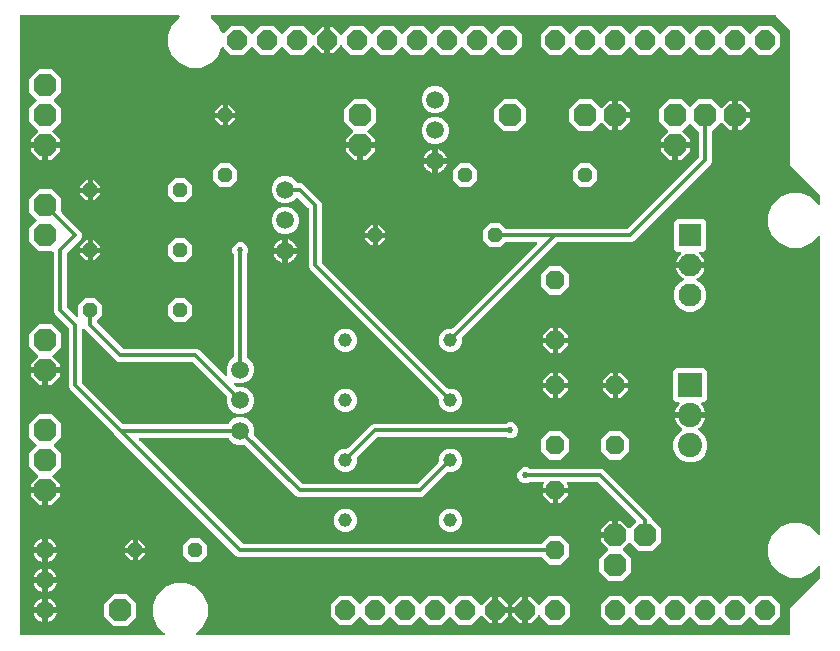
<source format=gbr>
G04 EAGLE Gerber RS-274X export*
G75*
%MOMM*%
%FSLAX34Y34*%
%LPD*%
%INBottom Copper*%
%IPPOS*%
%AMOC8*
5,1,8,0,0,1.08239X$1,22.5*%
G01*
%ADD10P,2.089446X8X22.500000*%
%ADD11P,1.732040X8X112.500000*%
%ADD12P,1.732040X8X292.500000*%
%ADD13C,1.524000*%
%ADD14C,1.500000*%
%ADD15P,1.319650X8X22.500000*%
%ADD16R,1.935000X1.935000*%
%ADD17C,1.935000*%
%ADD18R,2.055000X2.055000*%
%ADD19C,2.055000*%
%ADD20C,1.170000*%
%ADD21P,1.814519X8X22.500000*%
%ADD22P,1.319650X8X112.500000*%
%ADD23P,1.319650X8X202.500000*%
%ADD24C,0.304800*%
%ADD25C,0.525000*%

G36*
X-687381Y16782D02*
X-687381Y16782D01*
X-687242Y16795D01*
X-687223Y16802D01*
X-687203Y16805D01*
X-687074Y16856D01*
X-686942Y16903D01*
X-686926Y16914D01*
X-686907Y16922D01*
X-686794Y17003D01*
X-686679Y17081D01*
X-686666Y17097D01*
X-686650Y17108D01*
X-686561Y17216D01*
X-686469Y17320D01*
X-686460Y17338D01*
X-686447Y17353D01*
X-686387Y17479D01*
X-686324Y17603D01*
X-686320Y17623D01*
X-686311Y17641D01*
X-686285Y17777D01*
X-686255Y17913D01*
X-686255Y17934D01*
X-686251Y17953D01*
X-686260Y18092D01*
X-686264Y18231D01*
X-686270Y18251D01*
X-686271Y18271D01*
X-686314Y18403D01*
X-686353Y18537D01*
X-686363Y18554D01*
X-686369Y18573D01*
X-686444Y18691D01*
X-686514Y18811D01*
X-686533Y18832D01*
X-686539Y18842D01*
X-686554Y18856D01*
X-686621Y18931D01*
X-692696Y25007D01*
X-696215Y33502D01*
X-696215Y42698D01*
X-692696Y51193D01*
X-686193Y57696D01*
X-677698Y61215D01*
X-668502Y61215D01*
X-660007Y57696D01*
X-653504Y51193D01*
X-649985Y42698D01*
X-649985Y33502D01*
X-653504Y25007D01*
X-659579Y18931D01*
X-659665Y18822D01*
X-659753Y18715D01*
X-659762Y18696D01*
X-659774Y18680D01*
X-659830Y18552D01*
X-659889Y18427D01*
X-659893Y18407D01*
X-659901Y18388D01*
X-659923Y18250D01*
X-659949Y18114D01*
X-659947Y18094D01*
X-659951Y18074D01*
X-659937Y17935D01*
X-659929Y17797D01*
X-659923Y17778D01*
X-659921Y17758D01*
X-659874Y17626D01*
X-659831Y17495D01*
X-659820Y17477D01*
X-659813Y17458D01*
X-659735Y17343D01*
X-659661Y17226D01*
X-659646Y17212D01*
X-659635Y17195D01*
X-659530Y17103D01*
X-659429Y17008D01*
X-659411Y16998D01*
X-659396Y16985D01*
X-659272Y16921D01*
X-659151Y16854D01*
X-659131Y16849D01*
X-659113Y16840D01*
X-658977Y16810D01*
X-658843Y16775D01*
X-658815Y16773D01*
X-658803Y16770D01*
X-658782Y16771D01*
X-658682Y16765D01*
X-157734Y16765D01*
X-157616Y16780D01*
X-157497Y16787D01*
X-157459Y16800D01*
X-157418Y16805D01*
X-157308Y16848D01*
X-157195Y16885D01*
X-157160Y16907D01*
X-157123Y16922D01*
X-157027Y16991D01*
X-156926Y17055D01*
X-156898Y17085D01*
X-156865Y17108D01*
X-156789Y17200D01*
X-156708Y17287D01*
X-156688Y17322D01*
X-156663Y17353D01*
X-156612Y17461D01*
X-156554Y17565D01*
X-156544Y17605D01*
X-156527Y17641D01*
X-156505Y17758D01*
X-156475Y17873D01*
X-156471Y17933D01*
X-156467Y17953D01*
X-156469Y17974D01*
X-156465Y18034D01*
X-156465Y39784D01*
X-131436Y64812D01*
X-131376Y64890D01*
X-131308Y64962D01*
X-131279Y65015D01*
X-131242Y65063D01*
X-131202Y65154D01*
X-131154Y65241D01*
X-131139Y65299D01*
X-131115Y65355D01*
X-131100Y65453D01*
X-131075Y65549D01*
X-131069Y65649D01*
X-131065Y65669D01*
X-131067Y65681D01*
X-131065Y65709D01*
X-131065Y74482D01*
X-131082Y74619D01*
X-131095Y74758D01*
X-131102Y74777D01*
X-131105Y74797D01*
X-131156Y74926D01*
X-131203Y75058D01*
X-131214Y75074D01*
X-131222Y75093D01*
X-131303Y75206D01*
X-131381Y75321D01*
X-131397Y75334D01*
X-131408Y75350D01*
X-131516Y75439D01*
X-131620Y75531D01*
X-131638Y75540D01*
X-131653Y75553D01*
X-131779Y75613D01*
X-131903Y75676D01*
X-131923Y75680D01*
X-131941Y75689D01*
X-132077Y75715D01*
X-132213Y75745D01*
X-132234Y75745D01*
X-132253Y75749D01*
X-132392Y75740D01*
X-132531Y75736D01*
X-132551Y75730D01*
X-132571Y75729D01*
X-132703Y75686D01*
X-132837Y75647D01*
X-132854Y75637D01*
X-132873Y75631D01*
X-132991Y75556D01*
X-133111Y75486D01*
X-133132Y75467D01*
X-133142Y75461D01*
X-133156Y75446D01*
X-133231Y75379D01*
X-139307Y69304D01*
X-147802Y65785D01*
X-156998Y65785D01*
X-165493Y69304D01*
X-171996Y75807D01*
X-175515Y84302D01*
X-175515Y93498D01*
X-171996Y101993D01*
X-165493Y108496D01*
X-156998Y112015D01*
X-147802Y112015D01*
X-139307Y108496D01*
X-133231Y102421D01*
X-133122Y102335D01*
X-133015Y102247D01*
X-132996Y102238D01*
X-132980Y102226D01*
X-132852Y102170D01*
X-132727Y102111D01*
X-132707Y102107D01*
X-132688Y102099D01*
X-132550Y102077D01*
X-132414Y102051D01*
X-132394Y102053D01*
X-132374Y102049D01*
X-132235Y102063D01*
X-132097Y102071D01*
X-132078Y102077D01*
X-132058Y102079D01*
X-131926Y102126D01*
X-131795Y102169D01*
X-131777Y102180D01*
X-131758Y102187D01*
X-131643Y102265D01*
X-131526Y102339D01*
X-131512Y102354D01*
X-131495Y102365D01*
X-131403Y102470D01*
X-131308Y102571D01*
X-131298Y102589D01*
X-131285Y102604D01*
X-131221Y102728D01*
X-131154Y102849D01*
X-131149Y102869D01*
X-131140Y102887D01*
X-131110Y103023D01*
X-131075Y103157D01*
X-131073Y103185D01*
X-131070Y103197D01*
X-131071Y103218D01*
X-131065Y103318D01*
X-131065Y353882D01*
X-131082Y354019D01*
X-131095Y354158D01*
X-131102Y354177D01*
X-131105Y354197D01*
X-131156Y354326D01*
X-131203Y354458D01*
X-131214Y354474D01*
X-131222Y354493D01*
X-131303Y354606D01*
X-131381Y354721D01*
X-131397Y354734D01*
X-131408Y354750D01*
X-131516Y354839D01*
X-131620Y354931D01*
X-131638Y354940D01*
X-131653Y354953D01*
X-131779Y355013D01*
X-131903Y355076D01*
X-131923Y355080D01*
X-131941Y355089D01*
X-132077Y355115D01*
X-132213Y355145D01*
X-132234Y355145D01*
X-132253Y355149D01*
X-132392Y355140D01*
X-132531Y355136D01*
X-132551Y355130D01*
X-132571Y355129D01*
X-132703Y355086D01*
X-132837Y355047D01*
X-132854Y355037D01*
X-132873Y355031D01*
X-132991Y354956D01*
X-133111Y354886D01*
X-133132Y354867D01*
X-133142Y354861D01*
X-133156Y354846D01*
X-133231Y354779D01*
X-139307Y348704D01*
X-147802Y345185D01*
X-156998Y345185D01*
X-165493Y348704D01*
X-171996Y355207D01*
X-175515Y363702D01*
X-175515Y372898D01*
X-171996Y381393D01*
X-165493Y387896D01*
X-156998Y391415D01*
X-147802Y391415D01*
X-139307Y387896D01*
X-133231Y381821D01*
X-133122Y381735D01*
X-133015Y381647D01*
X-132996Y381638D01*
X-132980Y381626D01*
X-132852Y381570D01*
X-132727Y381511D01*
X-132707Y381507D01*
X-132688Y381499D01*
X-132550Y381477D01*
X-132414Y381451D01*
X-132394Y381453D01*
X-132374Y381449D01*
X-132235Y381463D01*
X-132097Y381471D01*
X-132078Y381477D01*
X-132058Y381479D01*
X-131926Y381526D01*
X-131795Y381569D01*
X-131777Y381580D01*
X-131758Y381587D01*
X-131643Y381665D01*
X-131526Y381739D01*
X-131512Y381754D01*
X-131495Y381765D01*
X-131403Y381870D01*
X-131308Y381971D01*
X-131298Y381989D01*
X-131285Y382004D01*
X-131221Y382128D01*
X-131154Y382249D01*
X-131149Y382269D01*
X-131140Y382287D01*
X-131110Y382423D01*
X-131075Y382557D01*
X-131073Y382585D01*
X-131070Y382597D01*
X-131071Y382618D01*
X-131065Y382718D01*
X-131065Y388951D01*
X-131077Y389049D01*
X-131080Y389148D01*
X-131097Y389206D01*
X-131105Y389266D01*
X-131141Y389358D01*
X-131169Y389453D01*
X-131199Y389505D01*
X-131222Y389562D01*
X-131280Y389642D01*
X-131330Y389727D01*
X-131396Y389803D01*
X-131408Y389819D01*
X-131418Y389827D01*
X-131436Y389848D01*
X-156465Y414876D01*
X-156465Y528651D01*
X-156477Y528749D01*
X-156480Y528848D01*
X-156497Y528906D01*
X-156505Y528966D01*
X-156541Y529058D01*
X-156569Y529153D01*
X-156599Y529205D01*
X-156622Y529262D01*
X-156680Y529342D01*
X-156730Y529427D01*
X-156796Y529503D01*
X-156808Y529519D01*
X-156818Y529527D01*
X-156836Y529548D01*
X-168952Y541664D01*
X-169030Y541724D01*
X-169102Y541792D01*
X-169155Y541821D01*
X-169203Y541858D01*
X-169294Y541898D01*
X-169381Y541946D01*
X-169439Y541961D01*
X-169495Y541985D01*
X-169593Y542000D01*
X-169689Y542025D01*
X-169789Y542031D01*
X-169809Y542035D01*
X-169821Y542033D01*
X-169849Y542035D01*
X-645982Y542035D01*
X-646119Y542018D01*
X-646258Y542005D01*
X-646277Y541998D01*
X-646297Y541995D01*
X-646426Y541944D01*
X-646558Y541897D01*
X-646574Y541886D01*
X-646593Y541878D01*
X-646706Y541797D01*
X-646821Y541719D01*
X-646834Y541703D01*
X-646850Y541692D01*
X-646939Y541584D01*
X-647031Y541480D01*
X-647040Y541462D01*
X-647053Y541447D01*
X-647113Y541321D01*
X-647176Y541197D01*
X-647180Y541177D01*
X-647189Y541159D01*
X-647215Y541023D01*
X-647245Y540887D01*
X-647245Y540866D01*
X-647249Y540847D01*
X-647240Y540708D01*
X-647236Y540569D01*
X-647230Y540549D01*
X-647229Y540529D01*
X-647186Y540397D01*
X-647147Y540263D01*
X-647137Y540246D01*
X-647131Y540227D01*
X-647056Y540109D01*
X-646986Y539989D01*
X-646967Y539968D01*
X-646961Y539958D01*
X-646946Y539944D01*
X-646879Y539869D01*
X-640804Y533793D01*
X-638176Y527448D01*
X-638151Y527405D01*
X-638135Y527358D01*
X-638073Y527267D01*
X-638018Y527172D01*
X-637984Y527136D01*
X-637956Y527095D01*
X-637874Y527023D01*
X-637797Y526944D01*
X-637755Y526917D01*
X-637718Y526885D01*
X-637620Y526835D01*
X-637526Y526777D01*
X-637479Y526763D01*
X-637434Y526740D01*
X-637327Y526716D01*
X-637222Y526684D01*
X-637173Y526681D01*
X-637124Y526670D01*
X-637014Y526674D01*
X-636904Y526669D01*
X-636856Y526679D01*
X-636806Y526680D01*
X-636701Y526711D01*
X-636593Y526733D01*
X-636548Y526755D01*
X-636501Y526768D01*
X-636406Y526824D01*
X-636307Y526873D01*
X-636269Y526905D01*
X-636227Y526930D01*
X-636106Y527036D01*
X-629996Y533147D01*
X-619684Y533147D01*
X-613037Y526500D01*
X-612943Y526427D01*
X-612854Y526348D01*
X-612818Y526330D01*
X-612786Y526305D01*
X-612677Y526257D01*
X-612571Y526203D01*
X-612532Y526195D01*
X-612494Y526179D01*
X-612377Y526160D01*
X-612261Y526134D01*
X-612220Y526135D01*
X-612180Y526129D01*
X-612062Y526140D01*
X-611943Y526143D01*
X-611904Y526155D01*
X-611864Y526158D01*
X-611751Y526199D01*
X-611637Y526232D01*
X-611602Y526252D01*
X-611564Y526266D01*
X-611466Y526333D01*
X-611363Y526393D01*
X-611318Y526433D01*
X-611301Y526445D01*
X-611288Y526460D01*
X-611242Y526500D01*
X-604596Y533147D01*
X-594284Y533147D01*
X-587637Y526500D01*
X-587543Y526427D01*
X-587454Y526348D01*
X-587418Y526330D01*
X-587386Y526305D01*
X-587277Y526257D01*
X-587171Y526203D01*
X-587132Y526195D01*
X-587094Y526179D01*
X-586977Y526160D01*
X-586861Y526134D01*
X-586820Y526135D01*
X-586780Y526129D01*
X-586662Y526140D01*
X-586543Y526143D01*
X-586504Y526155D01*
X-586464Y526158D01*
X-586351Y526199D01*
X-586237Y526232D01*
X-586202Y526252D01*
X-586164Y526266D01*
X-586066Y526333D01*
X-585963Y526393D01*
X-585918Y526433D01*
X-585901Y526445D01*
X-585888Y526460D01*
X-585842Y526500D01*
X-579196Y533147D01*
X-568884Y533147D01*
X-561475Y525737D01*
X-561455Y525682D01*
X-561444Y525666D01*
X-561436Y525647D01*
X-561355Y525534D01*
X-561277Y525419D01*
X-561261Y525406D01*
X-561250Y525389D01*
X-561142Y525301D01*
X-561038Y525209D01*
X-561020Y525200D01*
X-561005Y525187D01*
X-560879Y525127D01*
X-560755Y525064D01*
X-560735Y525060D01*
X-560717Y525051D01*
X-560581Y525025D01*
X-560445Y524995D01*
X-560424Y524995D01*
X-560405Y524991D01*
X-560266Y525000D01*
X-560127Y525004D01*
X-560107Y525010D01*
X-560087Y525011D01*
X-559955Y525054D01*
X-559821Y525093D01*
X-559804Y525103D01*
X-559785Y525109D01*
X-559667Y525184D01*
X-559547Y525254D01*
X-559526Y525273D01*
X-559516Y525279D01*
X-559502Y525294D01*
X-559427Y525361D01*
X-553164Y531623D01*
X-551139Y531623D01*
X-551139Y521930D01*
X-551124Y521812D01*
X-551117Y521693D01*
X-551104Y521655D01*
X-551099Y521615D01*
X-551056Y521504D01*
X-551019Y521391D01*
X-550997Y521357D01*
X-550982Y521319D01*
X-550913Y521223D01*
X-550849Y521122D01*
X-550819Y521094D01*
X-550796Y521062D01*
X-550704Y520986D01*
X-550617Y520904D01*
X-550582Y520885D01*
X-550551Y520859D01*
X-550443Y520808D01*
X-550339Y520751D01*
X-550299Y520741D01*
X-550263Y520723D01*
X-550156Y520703D01*
X-550186Y520699D01*
X-550296Y520655D01*
X-550409Y520619D01*
X-550444Y520597D01*
X-550481Y520582D01*
X-550577Y520512D01*
X-550678Y520449D01*
X-550706Y520419D01*
X-550739Y520395D01*
X-550815Y520304D01*
X-550896Y520217D01*
X-550916Y520182D01*
X-550941Y520150D01*
X-550992Y520043D01*
X-551050Y519938D01*
X-551060Y519899D01*
X-551077Y519863D01*
X-551099Y519746D01*
X-551129Y519630D01*
X-551133Y519570D01*
X-551137Y519550D01*
X-551135Y519530D01*
X-551139Y519470D01*
X-551139Y509777D01*
X-553164Y509777D01*
X-559427Y516039D01*
X-559536Y516125D01*
X-559643Y516213D01*
X-559662Y516222D01*
X-559678Y516234D01*
X-559806Y516290D01*
X-559931Y516349D01*
X-559951Y516353D01*
X-559970Y516361D01*
X-560108Y516383D01*
X-560244Y516409D01*
X-560264Y516407D01*
X-560284Y516411D01*
X-560423Y516398D01*
X-560561Y516389D01*
X-560580Y516383D01*
X-560600Y516381D01*
X-560732Y516334D01*
X-560863Y516291D01*
X-560881Y516280D01*
X-560900Y516273D01*
X-561015Y516195D01*
X-561132Y516121D01*
X-561146Y516106D01*
X-561163Y516095D01*
X-561255Y515990D01*
X-561350Y515889D01*
X-561360Y515871D01*
X-561373Y515856D01*
X-561437Y515732D01*
X-561475Y515663D01*
X-568884Y508253D01*
X-579196Y508253D01*
X-585842Y514900D01*
X-585937Y514973D01*
X-586026Y515052D01*
X-586062Y515070D01*
X-586094Y515095D01*
X-586203Y515142D01*
X-586309Y515197D01*
X-586348Y515205D01*
X-586386Y515221D01*
X-586503Y515240D01*
X-586619Y515266D01*
X-586660Y515265D01*
X-586700Y515271D01*
X-586818Y515260D01*
X-586937Y515257D01*
X-586976Y515245D01*
X-587016Y515242D01*
X-587129Y515201D01*
X-587243Y515168D01*
X-587277Y515148D01*
X-587316Y515134D01*
X-587414Y515067D01*
X-587517Y515007D01*
X-587562Y514967D01*
X-587579Y514955D01*
X-587592Y514940D01*
X-587637Y514900D01*
X-594284Y508253D01*
X-604596Y508253D01*
X-611242Y514900D01*
X-611337Y514973D01*
X-611426Y515052D01*
X-611462Y515070D01*
X-611494Y515095D01*
X-611603Y515142D01*
X-611709Y515197D01*
X-611748Y515205D01*
X-611786Y515221D01*
X-611903Y515240D01*
X-612019Y515266D01*
X-612060Y515265D01*
X-612100Y515271D01*
X-612218Y515260D01*
X-612337Y515257D01*
X-612376Y515245D01*
X-612416Y515242D01*
X-612529Y515201D01*
X-612643Y515168D01*
X-612677Y515148D01*
X-612716Y515134D01*
X-612814Y515067D01*
X-612917Y515007D01*
X-612962Y514967D01*
X-612979Y514955D01*
X-612992Y514940D01*
X-613037Y514900D01*
X-619684Y508253D01*
X-629996Y508253D01*
X-636106Y514364D01*
X-636145Y514394D01*
X-636179Y514431D01*
X-636270Y514491D01*
X-636357Y514559D01*
X-636403Y514578D01*
X-636444Y514606D01*
X-636548Y514641D01*
X-636649Y514685D01*
X-636698Y514693D01*
X-636745Y514709D01*
X-636854Y514717D01*
X-636963Y514735D01*
X-637013Y514730D01*
X-637062Y514734D01*
X-637170Y514715D01*
X-637280Y514705D01*
X-637326Y514688D01*
X-637375Y514680D01*
X-637476Y514634D01*
X-637579Y514597D01*
X-637620Y514569D01*
X-637665Y514549D01*
X-637751Y514480D01*
X-637842Y514419D01*
X-637875Y514381D01*
X-637914Y514350D01*
X-637980Y514263D01*
X-638053Y514180D01*
X-638075Y514136D01*
X-638105Y514096D01*
X-638176Y513952D01*
X-640804Y507607D01*
X-647307Y501104D01*
X-655802Y497585D01*
X-664998Y497585D01*
X-673493Y501104D01*
X-679996Y507607D01*
X-683515Y516102D01*
X-683515Y525298D01*
X-679996Y533793D01*
X-673921Y539869D01*
X-673835Y539978D01*
X-673747Y540085D01*
X-673738Y540104D01*
X-673726Y540120D01*
X-673670Y540248D01*
X-673611Y540373D01*
X-673607Y540393D01*
X-673599Y540412D01*
X-673577Y540550D01*
X-673551Y540686D01*
X-673553Y540706D01*
X-673549Y540726D01*
X-673563Y540865D01*
X-673571Y541003D01*
X-673577Y541022D01*
X-673579Y541042D01*
X-673626Y541174D01*
X-673669Y541305D01*
X-673680Y541323D01*
X-673687Y541342D01*
X-673765Y541457D01*
X-673839Y541574D01*
X-673854Y541588D01*
X-673865Y541605D01*
X-673970Y541697D01*
X-674071Y541792D01*
X-674089Y541802D01*
X-674104Y541815D01*
X-674228Y541879D01*
X-674349Y541946D01*
X-674369Y541951D01*
X-674387Y541960D01*
X-674523Y541990D01*
X-674657Y542025D01*
X-674685Y542027D01*
X-674697Y542030D01*
X-674718Y542029D01*
X-674818Y542035D01*
X-807466Y542035D01*
X-807584Y542020D01*
X-807703Y542013D01*
X-807741Y542000D01*
X-807782Y541995D01*
X-807892Y541952D01*
X-808005Y541915D01*
X-808040Y541893D01*
X-808077Y541878D01*
X-808173Y541809D01*
X-808274Y541745D01*
X-808302Y541715D01*
X-808335Y541692D01*
X-808411Y541600D01*
X-808492Y541513D01*
X-808512Y541478D01*
X-808537Y541447D01*
X-808588Y541339D01*
X-808646Y541235D01*
X-808656Y541195D01*
X-808673Y541159D01*
X-808695Y541042D01*
X-808725Y540927D01*
X-808729Y540867D01*
X-808733Y540847D01*
X-808731Y540826D01*
X-808735Y540766D01*
X-808735Y18034D01*
X-808720Y17916D01*
X-808713Y17797D01*
X-808700Y17759D01*
X-808695Y17718D01*
X-808652Y17608D01*
X-808615Y17495D01*
X-808593Y17460D01*
X-808578Y17423D01*
X-808509Y17327D01*
X-808445Y17226D01*
X-808415Y17198D01*
X-808392Y17165D01*
X-808300Y17089D01*
X-808213Y17008D01*
X-808178Y16988D01*
X-808147Y16963D01*
X-808039Y16912D01*
X-807935Y16854D01*
X-807895Y16844D01*
X-807859Y16827D01*
X-807742Y16805D01*
X-807627Y16775D01*
X-807567Y16771D01*
X-807547Y16767D01*
X-807526Y16769D01*
X-807466Y16765D01*
X-687518Y16765D01*
X-687381Y16782D01*
G37*
%LPC*%
G36*
X-360598Y76834D02*
X-360598Y76834D01*
X-366703Y82940D01*
X-366781Y83000D01*
X-366853Y83068D01*
X-366906Y83097D01*
X-366954Y83134D01*
X-367045Y83174D01*
X-367132Y83222D01*
X-367190Y83237D01*
X-367246Y83261D01*
X-367344Y83276D01*
X-367440Y83301D01*
X-367540Y83307D01*
X-367560Y83311D01*
X-367573Y83309D01*
X-367601Y83311D01*
X-623412Y83311D01*
X-625466Y84162D01*
X-726287Y184984D01*
X-728816Y187513D01*
X-764987Y223684D01*
X-766738Y225434D01*
X-767589Y227488D01*
X-767589Y276559D01*
X-767601Y276658D01*
X-767604Y276757D01*
X-767621Y276815D01*
X-767629Y276875D01*
X-767665Y276967D01*
X-767693Y277062D01*
X-767723Y277114D01*
X-767746Y277171D01*
X-767804Y277251D01*
X-767854Y277336D01*
X-767920Y277411D01*
X-767932Y277428D01*
X-767942Y277436D01*
X-767960Y277457D01*
X-779438Y288934D01*
X-780289Y290988D01*
X-780289Y340614D01*
X-780304Y340732D01*
X-780311Y340851D01*
X-780324Y340889D01*
X-780329Y340930D01*
X-780372Y341040D01*
X-780409Y341153D01*
X-780431Y341188D01*
X-780446Y341225D01*
X-780515Y341321D01*
X-780579Y341422D01*
X-780609Y341450D01*
X-780632Y341483D01*
X-780724Y341559D01*
X-780811Y341640D01*
X-780846Y341660D01*
X-780877Y341685D01*
X-780985Y341736D01*
X-781089Y341794D01*
X-781129Y341804D01*
X-781165Y341821D01*
X-781282Y341843D01*
X-781397Y341873D01*
X-781457Y341877D01*
X-781477Y341881D01*
X-781498Y341879D01*
X-781558Y341883D01*
X-793082Y341883D01*
X-801117Y349918D01*
X-801117Y361282D01*
X-794996Y367402D01*
X-794923Y367497D01*
X-794844Y367586D01*
X-794826Y367622D01*
X-794801Y367654D01*
X-794754Y367763D01*
X-794700Y367869D01*
X-794691Y367908D01*
X-794675Y367946D01*
X-794656Y368063D01*
X-794630Y368179D01*
X-794631Y368220D01*
X-794625Y368260D01*
X-794636Y368378D01*
X-794640Y368497D01*
X-794651Y368536D01*
X-794655Y368576D01*
X-794695Y368689D01*
X-794728Y368803D01*
X-794748Y368837D01*
X-794762Y368876D01*
X-794829Y368974D01*
X-794889Y369077D01*
X-794929Y369122D01*
X-794941Y369139D01*
X-794956Y369152D01*
X-794996Y369197D01*
X-801117Y375318D01*
X-801117Y386682D01*
X-793082Y394717D01*
X-781718Y394717D01*
X-773683Y386682D01*
X-773683Y375713D01*
X-773671Y375614D01*
X-773668Y375515D01*
X-773651Y375457D01*
X-773643Y375397D01*
X-773607Y375305D01*
X-773579Y375210D01*
X-773549Y375158D01*
X-773526Y375101D01*
X-773468Y375021D01*
X-773418Y374936D01*
X-773352Y374861D01*
X-773340Y374844D01*
X-773330Y374836D01*
X-773312Y374815D01*
X-757262Y358766D01*
X-756411Y356712D01*
X-756411Y354488D01*
X-757262Y352434D01*
X-768740Y340957D01*
X-768800Y340879D01*
X-768868Y340806D01*
X-768897Y340753D01*
X-768934Y340706D01*
X-768974Y340615D01*
X-769022Y340528D01*
X-769037Y340469D01*
X-769061Y340414D01*
X-769076Y340316D01*
X-769101Y340220D01*
X-769107Y340120D01*
X-769111Y340100D01*
X-769109Y340087D01*
X-769111Y340059D01*
X-769111Y294941D01*
X-769099Y294842D01*
X-769096Y294743D01*
X-769079Y294685D01*
X-769071Y294625D01*
X-769035Y294533D01*
X-769007Y294438D01*
X-768977Y294386D01*
X-768954Y294329D01*
X-768896Y294249D01*
X-768846Y294164D01*
X-768780Y294089D01*
X-768768Y294072D01*
X-768758Y294064D01*
X-768740Y294043D01*
X-761627Y286931D01*
X-761518Y286846D01*
X-761411Y286757D01*
X-761392Y286749D01*
X-761376Y286736D01*
X-761248Y286681D01*
X-761123Y286622D01*
X-761103Y286618D01*
X-761084Y286610D01*
X-760946Y286588D01*
X-760810Y286562D01*
X-760790Y286563D01*
X-760770Y286560D01*
X-760631Y286573D01*
X-760493Y286582D01*
X-760474Y286588D01*
X-760454Y286590D01*
X-760322Y286637D01*
X-760191Y286680D01*
X-760173Y286691D01*
X-760154Y286697D01*
X-760039Y286775D01*
X-759922Y286850D01*
X-759908Y286865D01*
X-759891Y286876D01*
X-759799Y286980D01*
X-759704Y287081D01*
X-759694Y287099D01*
X-759681Y287114D01*
X-759617Y287239D01*
X-759550Y287360D01*
X-759545Y287380D01*
X-759536Y287398D01*
X-759506Y287533D01*
X-759471Y287668D01*
X-759469Y287696D01*
X-759466Y287708D01*
X-759467Y287728D01*
X-759461Y287829D01*
X-759461Y296309D01*
X-753509Y302261D01*
X-745091Y302261D01*
X-739139Y296309D01*
X-739139Y287891D01*
X-743340Y283691D01*
X-743400Y283613D01*
X-743468Y283541D01*
X-743497Y283488D01*
X-743534Y283440D01*
X-743574Y283349D01*
X-743622Y283262D01*
X-743637Y283204D01*
X-743661Y283148D01*
X-743676Y283050D01*
X-743701Y282954D01*
X-743707Y282854D01*
X-743711Y282834D01*
X-743709Y282822D01*
X-743711Y282794D01*
X-743711Y282241D01*
X-743699Y282142D01*
X-743696Y282043D01*
X-743679Y281985D01*
X-743671Y281925D01*
X-743635Y281833D01*
X-743607Y281738D01*
X-743577Y281686D01*
X-743554Y281629D01*
X-743496Y281549D01*
X-743446Y281464D01*
X-743380Y281389D01*
X-743368Y281372D01*
X-743358Y281364D01*
X-743340Y281343D01*
X-721957Y259960D01*
X-721879Y259900D01*
X-721806Y259832D01*
X-721753Y259803D01*
X-721706Y259766D01*
X-721615Y259726D01*
X-721528Y259678D01*
X-721469Y259663D01*
X-721414Y259639D01*
X-721316Y259624D01*
X-721220Y259599D01*
X-721120Y259593D01*
X-721100Y259589D01*
X-721087Y259591D01*
X-721059Y259589D01*
X-659288Y259589D01*
X-657234Y258738D01*
X-635385Y236888D01*
X-635330Y236846D01*
X-635281Y236796D01*
X-635205Y236749D01*
X-635134Y236694D01*
X-635069Y236666D01*
X-635010Y236629D01*
X-634924Y236603D01*
X-634842Y236567D01*
X-634773Y236556D01*
X-634706Y236536D01*
X-634617Y236531D01*
X-634528Y236517D01*
X-634458Y236524D01*
X-634388Y236521D01*
X-634301Y236539D01*
X-634211Y236547D01*
X-634145Y236571D01*
X-634077Y236585D01*
X-633996Y236624D01*
X-633912Y236655D01*
X-633854Y236694D01*
X-633791Y236725D01*
X-633723Y236783D01*
X-633649Y236833D01*
X-633602Y236886D01*
X-633549Y236931D01*
X-633498Y237004D01*
X-633438Y237072D01*
X-633406Y237134D01*
X-633366Y237191D01*
X-633334Y237275D01*
X-633293Y237355D01*
X-633278Y237423D01*
X-633253Y237488D01*
X-633243Y237578D01*
X-633224Y237665D01*
X-633226Y237735D01*
X-633218Y237804D01*
X-633231Y237893D01*
X-633233Y237983D01*
X-633253Y238050D01*
X-633263Y238119D01*
X-633315Y238272D01*
X-633865Y239600D01*
X-633865Y244200D01*
X-632104Y248451D01*
X-628851Y251704D01*
X-628672Y251778D01*
X-628647Y251793D01*
X-628619Y251802D01*
X-628509Y251871D01*
X-628396Y251936D01*
X-628375Y251956D01*
X-628350Y251972D01*
X-628261Y252067D01*
X-628168Y252157D01*
X-628152Y252182D01*
X-628132Y252204D01*
X-628069Y252317D01*
X-628001Y252428D01*
X-627993Y252456D01*
X-627978Y252482D01*
X-627946Y252608D01*
X-627908Y252732D01*
X-627906Y252761D01*
X-627899Y252790D01*
X-627889Y252951D01*
X-627889Y338659D01*
X-627890Y338668D01*
X-627889Y338677D01*
X-627910Y338826D01*
X-627929Y338974D01*
X-627932Y338983D01*
X-627933Y338992D01*
X-627985Y339145D01*
X-628990Y341569D01*
X-628990Y344231D01*
X-627971Y346689D01*
X-626089Y348571D01*
X-623631Y349590D01*
X-620969Y349590D01*
X-618511Y348571D01*
X-616629Y346689D01*
X-615610Y344231D01*
X-615610Y341569D01*
X-616615Y339145D01*
X-616617Y339136D01*
X-616622Y339127D01*
X-616659Y338982D01*
X-616699Y338838D01*
X-616699Y338829D01*
X-616701Y338820D01*
X-616711Y338659D01*
X-616711Y252951D01*
X-616708Y252921D01*
X-616710Y252892D01*
X-616688Y252764D01*
X-616671Y252635D01*
X-616661Y252608D01*
X-616656Y252579D01*
X-616602Y252460D01*
X-616554Y252340D01*
X-616537Y252316D01*
X-616525Y252289D01*
X-616444Y252187D01*
X-616368Y252082D01*
X-616345Y252063D01*
X-616326Y252040D01*
X-616223Y251962D01*
X-616123Y251879D01*
X-616096Y251867D01*
X-616072Y251849D01*
X-615928Y251778D01*
X-615749Y251704D01*
X-612496Y248451D01*
X-610735Y244200D01*
X-610735Y239600D01*
X-612496Y235349D01*
X-615749Y232096D01*
X-620000Y230335D01*
X-624600Y230335D01*
X-625928Y230885D01*
X-625996Y230904D01*
X-626060Y230931D01*
X-626148Y230946D01*
X-626235Y230969D01*
X-626305Y230970D01*
X-626374Y230981D01*
X-626463Y230973D01*
X-626553Y230974D01*
X-626621Y230958D01*
X-626690Y230952D01*
X-626775Y230921D01*
X-626862Y230900D01*
X-626924Y230868D01*
X-626990Y230844D01*
X-627064Y230793D01*
X-627143Y230751D01*
X-627195Y230705D01*
X-627253Y230665D01*
X-627312Y230598D01*
X-627379Y230538D01*
X-627417Y230479D01*
X-627463Y230427D01*
X-627504Y230347D01*
X-627554Y230272D01*
X-627576Y230206D01*
X-627608Y230144D01*
X-627628Y230056D01*
X-627657Y229971D01*
X-627662Y229901D01*
X-627678Y229833D01*
X-627675Y229744D01*
X-627682Y229654D01*
X-627670Y229585D01*
X-627668Y229515D01*
X-627643Y229429D01*
X-627628Y229341D01*
X-627599Y229277D01*
X-627579Y229210D01*
X-627534Y229133D01*
X-627497Y229051D01*
X-627453Y228996D01*
X-627418Y228936D01*
X-627312Y228815D01*
X-626162Y227666D01*
X-626139Y227648D01*
X-626120Y227625D01*
X-626013Y227550D01*
X-625911Y227471D01*
X-625884Y227459D01*
X-625860Y227442D01*
X-625738Y227396D01*
X-625619Y227345D01*
X-625590Y227340D01*
X-625562Y227329D01*
X-625433Y227315D01*
X-625305Y227295D01*
X-625276Y227298D01*
X-625246Y227294D01*
X-625118Y227312D01*
X-624988Y227325D01*
X-624961Y227335D01*
X-624931Y227339D01*
X-624779Y227391D01*
X-624600Y227465D01*
X-620000Y227465D01*
X-615749Y225704D01*
X-612496Y222451D01*
X-610735Y218200D01*
X-610735Y213600D01*
X-612496Y209349D01*
X-615749Y206096D01*
X-620000Y204335D01*
X-624600Y204335D01*
X-628851Y206096D01*
X-632104Y209349D01*
X-633865Y213600D01*
X-633865Y218200D01*
X-633791Y218379D01*
X-633783Y218408D01*
X-633770Y218434D01*
X-633741Y218560D01*
X-633707Y218686D01*
X-633706Y218715D01*
X-633700Y218744D01*
X-633704Y218874D01*
X-633702Y219004D01*
X-633709Y219032D01*
X-633710Y219062D01*
X-633746Y219187D01*
X-633776Y219313D01*
X-633790Y219339D01*
X-633798Y219367D01*
X-633864Y219479D01*
X-633925Y219594D01*
X-633944Y219616D01*
X-633959Y219641D01*
X-634066Y219762D01*
X-662343Y248040D01*
X-662421Y248100D01*
X-662494Y248168D01*
X-662547Y248197D01*
X-662594Y248234D01*
X-662685Y248274D01*
X-662772Y248322D01*
X-662831Y248337D01*
X-662886Y248361D01*
X-662984Y248376D01*
X-663080Y248401D01*
X-663180Y248407D01*
X-663200Y248411D01*
X-663213Y248409D01*
X-663241Y248411D01*
X-725012Y248411D01*
X-727066Y249262D01*
X-754098Y276294D01*
X-754127Y276345D01*
X-754175Y276395D01*
X-754216Y276452D01*
X-754286Y276509D01*
X-754348Y276573D01*
X-754408Y276610D01*
X-754461Y276655D01*
X-754542Y276693D01*
X-754619Y276740D01*
X-754686Y276760D01*
X-754749Y276790D01*
X-754837Y276807D01*
X-754923Y276833D01*
X-754993Y276837D01*
X-755062Y276850D01*
X-755151Y276844D01*
X-755241Y276849D01*
X-755309Y276834D01*
X-755379Y276830D01*
X-755464Y276802D01*
X-755552Y276784D01*
X-755615Y276754D01*
X-755681Y276732D01*
X-755757Y276684D01*
X-755838Y276645D01*
X-755891Y276599D01*
X-755950Y276562D01*
X-756012Y276496D01*
X-756080Y276438D01*
X-756120Y276381D01*
X-756168Y276330D01*
X-756211Y276252D01*
X-756263Y276178D01*
X-756288Y276113D01*
X-756322Y276052D01*
X-756344Y275965D01*
X-756376Y275881D01*
X-756384Y275812D01*
X-756401Y275744D01*
X-756411Y275583D01*
X-756411Y231441D01*
X-756399Y231342D01*
X-756396Y231243D01*
X-756379Y231185D01*
X-756371Y231125D01*
X-756335Y231033D01*
X-756307Y230938D01*
X-756277Y230886D01*
X-756254Y230829D01*
X-756196Y230749D01*
X-756146Y230664D01*
X-756080Y230589D01*
X-756068Y230572D01*
X-756058Y230564D01*
X-756040Y230543D01*
X-721357Y195860D01*
X-721279Y195800D01*
X-721206Y195732D01*
X-721153Y195703D01*
X-721106Y195666D01*
X-721015Y195626D01*
X-720928Y195578D01*
X-720869Y195563D01*
X-720814Y195539D01*
X-720716Y195524D01*
X-720620Y195499D01*
X-720520Y195493D01*
X-720500Y195489D01*
X-720487Y195491D01*
X-720459Y195489D01*
X-633351Y195489D01*
X-633321Y195492D01*
X-633292Y195490D01*
X-633164Y195512D01*
X-633035Y195529D01*
X-633008Y195539D01*
X-632979Y195544D01*
X-632860Y195598D01*
X-632740Y195646D01*
X-632716Y195663D01*
X-632689Y195675D01*
X-632587Y195756D01*
X-632482Y195832D01*
X-632463Y195855D01*
X-632440Y195874D01*
X-632362Y195977D01*
X-632279Y196077D01*
X-632267Y196104D01*
X-632249Y196128D01*
X-632178Y196272D01*
X-632104Y196451D01*
X-628851Y199704D01*
X-624600Y201465D01*
X-620000Y201465D01*
X-615749Y199704D01*
X-612496Y196451D01*
X-610735Y192200D01*
X-610735Y187600D01*
X-610809Y187421D01*
X-610817Y187392D01*
X-610830Y187366D01*
X-610859Y187240D01*
X-610893Y187114D01*
X-610894Y187085D01*
X-610900Y187056D01*
X-610896Y186926D01*
X-610898Y186796D01*
X-610891Y186768D01*
X-610890Y186738D01*
X-610854Y186613D01*
X-610824Y186487D01*
X-610810Y186461D01*
X-610802Y186433D01*
X-610736Y186321D01*
X-610675Y186206D01*
X-610656Y186184D01*
X-610641Y186159D01*
X-610534Y186038D01*
X-570157Y145660D01*
X-570079Y145600D01*
X-570006Y145532D01*
X-569953Y145503D01*
X-569906Y145466D01*
X-569815Y145426D01*
X-569728Y145378D01*
X-569669Y145363D01*
X-569614Y145339D01*
X-569516Y145324D01*
X-569420Y145299D01*
X-569320Y145293D01*
X-569300Y145289D01*
X-569287Y145291D01*
X-569259Y145289D01*
X-472741Y145289D01*
X-472642Y145301D01*
X-472543Y145304D01*
X-472485Y145321D01*
X-472425Y145329D01*
X-472333Y145365D01*
X-472238Y145393D01*
X-472186Y145423D01*
X-472129Y145446D01*
X-472049Y145504D01*
X-471964Y145554D01*
X-471889Y145620D01*
X-471872Y145632D01*
X-471864Y145642D01*
X-471843Y145660D01*
X-454786Y162717D01*
X-454726Y162795D01*
X-454658Y162868D01*
X-454629Y162921D01*
X-454592Y162968D01*
X-454552Y163059D01*
X-454504Y163146D01*
X-454489Y163205D01*
X-454465Y163260D01*
X-454450Y163358D01*
X-454425Y163454D01*
X-454419Y163554D01*
X-454415Y163574D01*
X-454417Y163587D01*
X-454415Y163615D01*
X-454415Y167072D01*
X-452905Y170716D01*
X-450116Y173505D01*
X-446472Y175015D01*
X-442528Y175015D01*
X-438884Y173505D01*
X-436095Y170716D01*
X-434585Y167072D01*
X-434585Y163128D01*
X-436095Y159484D01*
X-438884Y156695D01*
X-442528Y155185D01*
X-445985Y155185D01*
X-446084Y155173D01*
X-446183Y155170D01*
X-446241Y155153D01*
X-446301Y155145D01*
X-446393Y155109D01*
X-446488Y155081D01*
X-446540Y155051D01*
X-446597Y155028D01*
X-446677Y154970D01*
X-446762Y154920D01*
X-446837Y154854D01*
X-446854Y154842D01*
X-446862Y154832D01*
X-446883Y154814D01*
X-466734Y134962D01*
X-468788Y134111D01*
X-573212Y134111D01*
X-575266Y134962D01*
X-577016Y136713D01*
X-618438Y178134D01*
X-618461Y178152D01*
X-618480Y178175D01*
X-618586Y178249D01*
X-618689Y178329D01*
X-618716Y178341D01*
X-618740Y178358D01*
X-618862Y178404D01*
X-618981Y178455D01*
X-619010Y178460D01*
X-619038Y178471D01*
X-619167Y178485D01*
X-619295Y178505D01*
X-619324Y178502D01*
X-619354Y178506D01*
X-619482Y178488D01*
X-619612Y178475D01*
X-619639Y178465D01*
X-619669Y178461D01*
X-619821Y178409D01*
X-620000Y178335D01*
X-624600Y178335D01*
X-628851Y180096D01*
X-632104Y183349D01*
X-632178Y183528D01*
X-632192Y183551D01*
X-632200Y183576D01*
X-632201Y183578D01*
X-632202Y183581D01*
X-632271Y183691D01*
X-632336Y183804D01*
X-632356Y183825D01*
X-632372Y183850D01*
X-632467Y183939D01*
X-632557Y184032D01*
X-632582Y184048D01*
X-632604Y184068D01*
X-632717Y184131D01*
X-632828Y184199D01*
X-632856Y184207D01*
X-632882Y184222D01*
X-633008Y184254D01*
X-633132Y184292D01*
X-633161Y184294D01*
X-633190Y184301D01*
X-633351Y184311D01*
X-706743Y184311D01*
X-706881Y184294D01*
X-707020Y184281D01*
X-707039Y184274D01*
X-707059Y184271D01*
X-707188Y184220D01*
X-707319Y184173D01*
X-707336Y184162D01*
X-707355Y184154D01*
X-707467Y184073D01*
X-707582Y183995D01*
X-707596Y183979D01*
X-707612Y183968D01*
X-707701Y183860D01*
X-707793Y183756D01*
X-707802Y183738D01*
X-707815Y183723D01*
X-707874Y183597D01*
X-707937Y183473D01*
X-707942Y183453D01*
X-707950Y183435D01*
X-707976Y183299D01*
X-708007Y183163D01*
X-708006Y183142D01*
X-708010Y183123D01*
X-708001Y182984D01*
X-707997Y182845D01*
X-707992Y182825D01*
X-707990Y182805D01*
X-707948Y182673D01*
X-707909Y182539D01*
X-707899Y182522D01*
X-707892Y182503D01*
X-707818Y182385D01*
X-707747Y182265D01*
X-707729Y182244D01*
X-707722Y182234D01*
X-707717Y182229D01*
X-707717Y182228D01*
X-707706Y182218D01*
X-707641Y182145D01*
X-620357Y94860D01*
X-620279Y94800D01*
X-620206Y94732D01*
X-620153Y94703D01*
X-620106Y94666D01*
X-620015Y94626D01*
X-619928Y94578D01*
X-619869Y94563D01*
X-619814Y94539D01*
X-619716Y94524D01*
X-619620Y94499D01*
X-619520Y94493D01*
X-619500Y94489D01*
X-619487Y94491D01*
X-619459Y94489D01*
X-367601Y94489D01*
X-367502Y94501D01*
X-367403Y94504D01*
X-367345Y94521D01*
X-367285Y94529D01*
X-367193Y94565D01*
X-367098Y94593D01*
X-367046Y94623D01*
X-366989Y94646D01*
X-366909Y94704D01*
X-366824Y94754D01*
X-366748Y94820D01*
X-366732Y94832D01*
X-366724Y94842D01*
X-366703Y94860D01*
X-360598Y100966D01*
X-350602Y100966D01*
X-343534Y93898D01*
X-343534Y83902D01*
X-350602Y76834D01*
X-360598Y76834D01*
G37*
%LPD*%
%LPC*%
G36*
X-446472Y256785D02*
X-446472Y256785D01*
X-450116Y258295D01*
X-452905Y261084D01*
X-454415Y264728D01*
X-454415Y268672D01*
X-452905Y272316D01*
X-450116Y275105D01*
X-446472Y276615D01*
X-443015Y276615D01*
X-442916Y276627D01*
X-442817Y276630D01*
X-442759Y276647D01*
X-442699Y276655D01*
X-442607Y276691D01*
X-442512Y276719D01*
X-442460Y276749D01*
X-442403Y276772D01*
X-442323Y276830D01*
X-442238Y276880D01*
X-442163Y276946D01*
X-442146Y276958D01*
X-442138Y276968D01*
X-442117Y276986D01*
X-371259Y347845D01*
X-371174Y347954D01*
X-371085Y348061D01*
X-371077Y348080D01*
X-371064Y348096D01*
X-371009Y348224D01*
X-370950Y348349D01*
X-370946Y348369D01*
X-370938Y348388D01*
X-370916Y348526D01*
X-370890Y348662D01*
X-370891Y348682D01*
X-370888Y348702D01*
X-370901Y348841D01*
X-370910Y348979D01*
X-370916Y348998D01*
X-370918Y349018D01*
X-370965Y349150D01*
X-371008Y349281D01*
X-371019Y349299D01*
X-371025Y349318D01*
X-371103Y349433D01*
X-371178Y349550D01*
X-371193Y349564D01*
X-371204Y349581D01*
X-371308Y349673D01*
X-371409Y349768D01*
X-371427Y349778D01*
X-371442Y349791D01*
X-371566Y349854D01*
X-371688Y349922D01*
X-371708Y349927D01*
X-371726Y349936D01*
X-371861Y349966D01*
X-371996Y350001D01*
X-372024Y350003D01*
X-372036Y350006D01*
X-372056Y350005D01*
X-372157Y350011D01*
X-397094Y350011D01*
X-397192Y349999D01*
X-397291Y349996D01*
X-397349Y349979D01*
X-397409Y349971D01*
X-397501Y349935D01*
X-397596Y349907D01*
X-397648Y349877D01*
X-397705Y349854D01*
X-397785Y349796D01*
X-397870Y349746D01*
X-397946Y349680D01*
X-397962Y349668D01*
X-397970Y349658D01*
X-397991Y349640D01*
X-402191Y345439D01*
X-410609Y345439D01*
X-416561Y351391D01*
X-416561Y359809D01*
X-410609Y365761D01*
X-402191Y365761D01*
X-397991Y361560D01*
X-397913Y361500D01*
X-397841Y361432D01*
X-397788Y361403D01*
X-397740Y361366D01*
X-397649Y361326D01*
X-397562Y361278D01*
X-397504Y361263D01*
X-397448Y361239D01*
X-397350Y361224D01*
X-397254Y361199D01*
X-397154Y361193D01*
X-397134Y361189D01*
X-397122Y361191D01*
X-397094Y361189D01*
X-294941Y361189D01*
X-294842Y361201D01*
X-294743Y361204D01*
X-294685Y361221D01*
X-294625Y361229D01*
X-294533Y361265D01*
X-294438Y361293D01*
X-294386Y361323D01*
X-294329Y361346D01*
X-294249Y361404D01*
X-294164Y361454D01*
X-294089Y361520D01*
X-294072Y361532D01*
X-294064Y361542D01*
X-294043Y361560D01*
X-234560Y421043D01*
X-234500Y421121D01*
X-234432Y421194D01*
X-234403Y421247D01*
X-234366Y421294D01*
X-234326Y421385D01*
X-234278Y421472D01*
X-234263Y421531D01*
X-234239Y421586D01*
X-234224Y421684D01*
X-234199Y421780D01*
X-234193Y421880D01*
X-234189Y421900D01*
X-234191Y421913D01*
X-234189Y421941D01*
X-234189Y442865D01*
X-234201Y442963D01*
X-234204Y443062D01*
X-234221Y443120D01*
X-234229Y443180D01*
X-234265Y443272D01*
X-234293Y443367D01*
X-234323Y443420D01*
X-234346Y443476D01*
X-234404Y443556D01*
X-234454Y443641D01*
X-234520Y443717D01*
X-234532Y443733D01*
X-234542Y443741D01*
X-234560Y443762D01*
X-240403Y449604D01*
X-240497Y449677D01*
X-240586Y449756D01*
X-240622Y449774D01*
X-240654Y449799D01*
X-240763Y449846D01*
X-240869Y449900D01*
X-240908Y449909D01*
X-240946Y449925D01*
X-241063Y449944D01*
X-241179Y449970D01*
X-241220Y449969D01*
X-241260Y449975D01*
X-241378Y449964D01*
X-241497Y449960D01*
X-241536Y449949D01*
X-241576Y449945D01*
X-241689Y449905D01*
X-241803Y449872D01*
X-241838Y449852D01*
X-241876Y449838D01*
X-241974Y449771D01*
X-242077Y449711D01*
X-242122Y449671D01*
X-242139Y449659D01*
X-242152Y449644D01*
X-242198Y449604D01*
X-247482Y444320D01*
X-247555Y444226D01*
X-247634Y444137D01*
X-247652Y444101D01*
X-247677Y444069D01*
X-247724Y443959D01*
X-247778Y443853D01*
X-247787Y443814D01*
X-247803Y443777D01*
X-247822Y443659D01*
X-247848Y443543D01*
X-247847Y443503D01*
X-247853Y443463D01*
X-247842Y443344D01*
X-247838Y443225D01*
X-247827Y443186D01*
X-247823Y443146D01*
X-247783Y443034D01*
X-247750Y442920D01*
X-247729Y442885D01*
X-247715Y442847D01*
X-247649Y442748D01*
X-247588Y442646D01*
X-247548Y442600D01*
X-247537Y442584D01*
X-247522Y442570D01*
X-247482Y442525D01*
X-241807Y436850D01*
X-241807Y434339D01*
X-252730Y434339D01*
X-252848Y434324D01*
X-252967Y434317D01*
X-253005Y434304D01*
X-253045Y434299D01*
X-253156Y434256D01*
X-253269Y434219D01*
X-253303Y434197D01*
X-253341Y434182D01*
X-253437Y434112D01*
X-253538Y434049D01*
X-253566Y434019D01*
X-253598Y433995D01*
X-253674Y433904D01*
X-253756Y433817D01*
X-253775Y433782D01*
X-253801Y433751D01*
X-253852Y433643D01*
X-253909Y433539D01*
X-253920Y433499D01*
X-253937Y433463D01*
X-253959Y433346D01*
X-253989Y433231D01*
X-253993Y433170D01*
X-253997Y433150D01*
X-253995Y433130D01*
X-253999Y433070D01*
X-253999Y431799D01*
X-254001Y431799D01*
X-254001Y433070D01*
X-254016Y433188D01*
X-254023Y433307D01*
X-254036Y433345D01*
X-254041Y433385D01*
X-254085Y433496D01*
X-254121Y433609D01*
X-254143Y433644D01*
X-254158Y433681D01*
X-254228Y433777D01*
X-254291Y433878D01*
X-254321Y433906D01*
X-254345Y433939D01*
X-254436Y434014D01*
X-254523Y434096D01*
X-254558Y434116D01*
X-254590Y434141D01*
X-254697Y434192D01*
X-254802Y434250D01*
X-254841Y434260D01*
X-254877Y434277D01*
X-254994Y434299D01*
X-255109Y434329D01*
X-255170Y434333D01*
X-255190Y434337D01*
X-255210Y434335D01*
X-255270Y434339D01*
X-266193Y434339D01*
X-266193Y436850D01*
X-260518Y442525D01*
X-260445Y442619D01*
X-260366Y442708D01*
X-260348Y442744D01*
X-260323Y442776D01*
X-260276Y442886D01*
X-260222Y442991D01*
X-260213Y443031D01*
X-260197Y443068D01*
X-260178Y443186D01*
X-260152Y443302D01*
X-260153Y443342D01*
X-260147Y443382D01*
X-260158Y443501D01*
X-260162Y443620D01*
X-260173Y443658D01*
X-260177Y443699D01*
X-260217Y443811D01*
X-260250Y443925D01*
X-260271Y443960D01*
X-260285Y443998D01*
X-260352Y444097D01*
X-260412Y444199D01*
X-260452Y444244D01*
X-260463Y444261D01*
X-260478Y444275D01*
X-260518Y444320D01*
X-267717Y451518D01*
X-267717Y462882D01*
X-259682Y470917D01*
X-248318Y470917D01*
X-242198Y464796D01*
X-242103Y464723D01*
X-242014Y464644D01*
X-241978Y464626D01*
X-241946Y464601D01*
X-241837Y464554D01*
X-241731Y464500D01*
X-241692Y464491D01*
X-241654Y464475D01*
X-241537Y464456D01*
X-241421Y464430D01*
X-241380Y464431D01*
X-241340Y464425D01*
X-241222Y464436D01*
X-241103Y464440D01*
X-241064Y464451D01*
X-241024Y464455D01*
X-240911Y464495D01*
X-240797Y464528D01*
X-240763Y464548D01*
X-240724Y464562D01*
X-240626Y464629D01*
X-240523Y464689D01*
X-240478Y464729D01*
X-240461Y464741D01*
X-240448Y464756D01*
X-240403Y464796D01*
X-234282Y470917D01*
X-222918Y470917D01*
X-215720Y463718D01*
X-215626Y463645D01*
X-215537Y463566D01*
X-215501Y463548D01*
X-215469Y463523D01*
X-215359Y463476D01*
X-215253Y463422D01*
X-215214Y463413D01*
X-215177Y463397D01*
X-215059Y463378D01*
X-214943Y463352D01*
X-214903Y463353D01*
X-214863Y463347D01*
X-214744Y463358D01*
X-214625Y463362D01*
X-214586Y463373D01*
X-214546Y463377D01*
X-214434Y463417D01*
X-214320Y463450D01*
X-214285Y463471D01*
X-214247Y463485D01*
X-214148Y463552D01*
X-214046Y463612D01*
X-214001Y463652D01*
X-213984Y463663D01*
X-213970Y463678D01*
X-213925Y463718D01*
X-208250Y469393D01*
X-205739Y469393D01*
X-205739Y458470D01*
X-205724Y458352D01*
X-205717Y458233D01*
X-205704Y458195D01*
X-205699Y458155D01*
X-205656Y458044D01*
X-205619Y457931D01*
X-205597Y457897D01*
X-205582Y457859D01*
X-205512Y457763D01*
X-205449Y457662D01*
X-205419Y457634D01*
X-205395Y457602D01*
X-205304Y457526D01*
X-205217Y457444D01*
X-205182Y457425D01*
X-205151Y457399D01*
X-205043Y457348D01*
X-204939Y457291D01*
X-204899Y457280D01*
X-204863Y457263D01*
X-204746Y457241D01*
X-204631Y457211D01*
X-204570Y457207D01*
X-204550Y457203D01*
X-204530Y457205D01*
X-204470Y457201D01*
X-203199Y457201D01*
X-203199Y457199D01*
X-204470Y457199D01*
X-204588Y457184D01*
X-204707Y457177D01*
X-204745Y457164D01*
X-204785Y457159D01*
X-204896Y457115D01*
X-205009Y457079D01*
X-205044Y457057D01*
X-205081Y457042D01*
X-205177Y456972D01*
X-205278Y456909D01*
X-205306Y456879D01*
X-205339Y456855D01*
X-205414Y456764D01*
X-205496Y456677D01*
X-205516Y456642D01*
X-205541Y456610D01*
X-205592Y456503D01*
X-205650Y456398D01*
X-205660Y456359D01*
X-205677Y456323D01*
X-205699Y456206D01*
X-205729Y456091D01*
X-205733Y456030D01*
X-205737Y456010D01*
X-205736Y456007D01*
X-205737Y456006D01*
X-205736Y455988D01*
X-205739Y455930D01*
X-205739Y445007D01*
X-208250Y445007D01*
X-213925Y450682D01*
X-214019Y450755D01*
X-214108Y450834D01*
X-214144Y450852D01*
X-214176Y450877D01*
X-214285Y450924D01*
X-214391Y450978D01*
X-214431Y450987D01*
X-214468Y451003D01*
X-214586Y451022D01*
X-214702Y451048D01*
X-214742Y451047D01*
X-214782Y451053D01*
X-214901Y451042D01*
X-215020Y451038D01*
X-215058Y451027D01*
X-215099Y451023D01*
X-215211Y450983D01*
X-215325Y450950D01*
X-215360Y450929D01*
X-215398Y450915D01*
X-215496Y450849D01*
X-215599Y450788D01*
X-215644Y450748D01*
X-215661Y450737D01*
X-215675Y450722D01*
X-215720Y450682D01*
X-222640Y443762D01*
X-222700Y443684D01*
X-222768Y443612D01*
X-222797Y443559D01*
X-222834Y443511D01*
X-222874Y443420D01*
X-222922Y443333D01*
X-222937Y443275D01*
X-222961Y443219D01*
X-222976Y443121D01*
X-223001Y443025D01*
X-223007Y442925D01*
X-223011Y442905D01*
X-223009Y442893D01*
X-223011Y442865D01*
X-223011Y417988D01*
X-223862Y415934D01*
X-288934Y350862D01*
X-290988Y350011D01*
X-352759Y350011D01*
X-352858Y349999D01*
X-352957Y349996D01*
X-353015Y349979D01*
X-353075Y349971D01*
X-353167Y349935D01*
X-353262Y349907D01*
X-353314Y349877D01*
X-353371Y349854D01*
X-353451Y349796D01*
X-353536Y349746D01*
X-353611Y349680D01*
X-353628Y349668D01*
X-353636Y349658D01*
X-353657Y349640D01*
X-434214Y269083D01*
X-434274Y269005D01*
X-434342Y268932D01*
X-434371Y268879D01*
X-434408Y268832D01*
X-434448Y268741D01*
X-434496Y268654D01*
X-434511Y268595D01*
X-434535Y268540D01*
X-434550Y268442D01*
X-434575Y268346D01*
X-434581Y268246D01*
X-434585Y268226D01*
X-434583Y268213D01*
X-434585Y268185D01*
X-434585Y264728D01*
X-436095Y261084D01*
X-438884Y258295D01*
X-442528Y256785D01*
X-446472Y256785D01*
G37*
%LPD*%
%LPC*%
G36*
X-360756Y508253D02*
X-360756Y508253D01*
X-368047Y515544D01*
X-368047Y525856D01*
X-360756Y533147D01*
X-350444Y533147D01*
X-343797Y526500D01*
X-343703Y526427D01*
X-343614Y526348D01*
X-343578Y526330D01*
X-343546Y526305D01*
X-343437Y526257D01*
X-343331Y526203D01*
X-343292Y526195D01*
X-343254Y526179D01*
X-343137Y526160D01*
X-343021Y526134D01*
X-342980Y526135D01*
X-342940Y526129D01*
X-342822Y526140D01*
X-342703Y526143D01*
X-342664Y526155D01*
X-342624Y526158D01*
X-342511Y526199D01*
X-342397Y526232D01*
X-342362Y526252D01*
X-342324Y526266D01*
X-342226Y526333D01*
X-342123Y526393D01*
X-342078Y526433D01*
X-342061Y526445D01*
X-342048Y526460D01*
X-342002Y526500D01*
X-335356Y533147D01*
X-325044Y533147D01*
X-318397Y526500D01*
X-318303Y526427D01*
X-318214Y526348D01*
X-318178Y526330D01*
X-318146Y526305D01*
X-318037Y526257D01*
X-317931Y526203D01*
X-317892Y526195D01*
X-317854Y526179D01*
X-317737Y526160D01*
X-317621Y526134D01*
X-317580Y526135D01*
X-317540Y526129D01*
X-317422Y526140D01*
X-317303Y526143D01*
X-317264Y526155D01*
X-317224Y526158D01*
X-317111Y526199D01*
X-316997Y526232D01*
X-316962Y526252D01*
X-316924Y526266D01*
X-316826Y526333D01*
X-316723Y526393D01*
X-316678Y526433D01*
X-316661Y526445D01*
X-316648Y526460D01*
X-316602Y526500D01*
X-309956Y533147D01*
X-299644Y533147D01*
X-292997Y526500D01*
X-292903Y526427D01*
X-292814Y526348D01*
X-292778Y526330D01*
X-292746Y526305D01*
X-292637Y526257D01*
X-292531Y526203D01*
X-292492Y526195D01*
X-292454Y526179D01*
X-292337Y526160D01*
X-292221Y526134D01*
X-292180Y526135D01*
X-292140Y526129D01*
X-292022Y526140D01*
X-291903Y526143D01*
X-291864Y526155D01*
X-291824Y526158D01*
X-291711Y526199D01*
X-291597Y526232D01*
X-291562Y526252D01*
X-291524Y526266D01*
X-291426Y526333D01*
X-291323Y526393D01*
X-291278Y526433D01*
X-291261Y526445D01*
X-291248Y526460D01*
X-291202Y526500D01*
X-284556Y533147D01*
X-274244Y533147D01*
X-267598Y526500D01*
X-267503Y526427D01*
X-267414Y526348D01*
X-267378Y526330D01*
X-267346Y526305D01*
X-267237Y526258D01*
X-267131Y526203D01*
X-267092Y526195D01*
X-267054Y526179D01*
X-266937Y526160D01*
X-266821Y526134D01*
X-266780Y526135D01*
X-266740Y526129D01*
X-266622Y526140D01*
X-266503Y526143D01*
X-266464Y526155D01*
X-266424Y526158D01*
X-266311Y526199D01*
X-266197Y526232D01*
X-266163Y526252D01*
X-266124Y526266D01*
X-266026Y526333D01*
X-265923Y526393D01*
X-265878Y526433D01*
X-265861Y526445D01*
X-265848Y526460D01*
X-265803Y526500D01*
X-259156Y533147D01*
X-248844Y533147D01*
X-242198Y526500D01*
X-242103Y526427D01*
X-242014Y526348D01*
X-241978Y526330D01*
X-241946Y526305D01*
X-241837Y526258D01*
X-241731Y526203D01*
X-241692Y526195D01*
X-241654Y526179D01*
X-241537Y526160D01*
X-241421Y526134D01*
X-241380Y526135D01*
X-241340Y526129D01*
X-241222Y526140D01*
X-241103Y526143D01*
X-241064Y526155D01*
X-241024Y526158D01*
X-240911Y526199D01*
X-240797Y526232D01*
X-240763Y526252D01*
X-240724Y526266D01*
X-240626Y526333D01*
X-240523Y526393D01*
X-240478Y526433D01*
X-240461Y526445D01*
X-240448Y526460D01*
X-240403Y526500D01*
X-233756Y533147D01*
X-223444Y533147D01*
X-216798Y526500D01*
X-216703Y526427D01*
X-216614Y526348D01*
X-216578Y526330D01*
X-216546Y526305D01*
X-216437Y526258D01*
X-216331Y526203D01*
X-216292Y526195D01*
X-216254Y526179D01*
X-216137Y526160D01*
X-216021Y526134D01*
X-215980Y526135D01*
X-215940Y526129D01*
X-215822Y526140D01*
X-215703Y526143D01*
X-215664Y526155D01*
X-215624Y526158D01*
X-215511Y526199D01*
X-215397Y526232D01*
X-215363Y526252D01*
X-215324Y526266D01*
X-215226Y526333D01*
X-215123Y526393D01*
X-215078Y526433D01*
X-215061Y526445D01*
X-215048Y526460D01*
X-215003Y526500D01*
X-208356Y533147D01*
X-198044Y533147D01*
X-191398Y526500D01*
X-191303Y526427D01*
X-191214Y526348D01*
X-191178Y526330D01*
X-191146Y526305D01*
X-191037Y526258D01*
X-190931Y526203D01*
X-190892Y526195D01*
X-190854Y526179D01*
X-190737Y526160D01*
X-190621Y526134D01*
X-190580Y526135D01*
X-190540Y526129D01*
X-190422Y526140D01*
X-190303Y526143D01*
X-190264Y526155D01*
X-190224Y526158D01*
X-190111Y526199D01*
X-189997Y526232D01*
X-189963Y526252D01*
X-189924Y526266D01*
X-189826Y526333D01*
X-189723Y526393D01*
X-189678Y526433D01*
X-189661Y526445D01*
X-189648Y526460D01*
X-189603Y526500D01*
X-182956Y533147D01*
X-172644Y533147D01*
X-165353Y525856D01*
X-165353Y515544D01*
X-172644Y508253D01*
X-182956Y508253D01*
X-189603Y514900D01*
X-189697Y514973D01*
X-189786Y515052D01*
X-189822Y515070D01*
X-189854Y515095D01*
X-189963Y515143D01*
X-190069Y515197D01*
X-190108Y515205D01*
X-190146Y515221D01*
X-190263Y515240D01*
X-190379Y515266D01*
X-190420Y515265D01*
X-190460Y515271D01*
X-190578Y515260D01*
X-190697Y515257D01*
X-190736Y515245D01*
X-190776Y515242D01*
X-190889Y515201D01*
X-191003Y515168D01*
X-191038Y515148D01*
X-191076Y515134D01*
X-191174Y515067D01*
X-191277Y515007D01*
X-191322Y514967D01*
X-191339Y514955D01*
X-191352Y514940D01*
X-191398Y514900D01*
X-198044Y508253D01*
X-208356Y508253D01*
X-215003Y514900D01*
X-215097Y514973D01*
X-215186Y515052D01*
X-215222Y515070D01*
X-215254Y515095D01*
X-215363Y515143D01*
X-215469Y515197D01*
X-215508Y515205D01*
X-215546Y515221D01*
X-215663Y515240D01*
X-215779Y515266D01*
X-215820Y515265D01*
X-215860Y515271D01*
X-215978Y515260D01*
X-216097Y515257D01*
X-216136Y515245D01*
X-216176Y515242D01*
X-216289Y515201D01*
X-216403Y515168D01*
X-216438Y515148D01*
X-216476Y515134D01*
X-216574Y515067D01*
X-216677Y515007D01*
X-216722Y514967D01*
X-216739Y514955D01*
X-216752Y514940D01*
X-216798Y514900D01*
X-223444Y508253D01*
X-233756Y508253D01*
X-240403Y514900D01*
X-240497Y514973D01*
X-240586Y515052D01*
X-240622Y515070D01*
X-240654Y515095D01*
X-240763Y515143D01*
X-240869Y515197D01*
X-240908Y515205D01*
X-240946Y515221D01*
X-241063Y515240D01*
X-241179Y515266D01*
X-241220Y515265D01*
X-241260Y515271D01*
X-241378Y515260D01*
X-241497Y515257D01*
X-241536Y515245D01*
X-241576Y515242D01*
X-241689Y515201D01*
X-241803Y515168D01*
X-241838Y515148D01*
X-241876Y515134D01*
X-241974Y515067D01*
X-242077Y515007D01*
X-242122Y514967D01*
X-242139Y514955D01*
X-242152Y514940D01*
X-242198Y514900D01*
X-248844Y508253D01*
X-259156Y508253D01*
X-265803Y514900D01*
X-265897Y514973D01*
X-265986Y515052D01*
X-266022Y515070D01*
X-266054Y515095D01*
X-266163Y515143D01*
X-266269Y515197D01*
X-266308Y515205D01*
X-266346Y515221D01*
X-266463Y515240D01*
X-266579Y515266D01*
X-266620Y515265D01*
X-266660Y515271D01*
X-266778Y515260D01*
X-266897Y515257D01*
X-266936Y515245D01*
X-266976Y515242D01*
X-267089Y515201D01*
X-267203Y515168D01*
X-267238Y515148D01*
X-267276Y515134D01*
X-267374Y515067D01*
X-267477Y515007D01*
X-267522Y514967D01*
X-267539Y514955D01*
X-267552Y514940D01*
X-267598Y514900D01*
X-274244Y508253D01*
X-284556Y508253D01*
X-291202Y514900D01*
X-291297Y514973D01*
X-291386Y515052D01*
X-291422Y515070D01*
X-291454Y515095D01*
X-291563Y515142D01*
X-291669Y515197D01*
X-291708Y515205D01*
X-291746Y515221D01*
X-291863Y515240D01*
X-291979Y515266D01*
X-292020Y515265D01*
X-292060Y515271D01*
X-292178Y515260D01*
X-292297Y515257D01*
X-292336Y515245D01*
X-292376Y515242D01*
X-292489Y515201D01*
X-292603Y515168D01*
X-292637Y515148D01*
X-292676Y515134D01*
X-292774Y515067D01*
X-292877Y515007D01*
X-292922Y514967D01*
X-292939Y514955D01*
X-292952Y514940D01*
X-292997Y514900D01*
X-299644Y508253D01*
X-309956Y508253D01*
X-316602Y514900D01*
X-316697Y514973D01*
X-316786Y515052D01*
X-316822Y515070D01*
X-316854Y515095D01*
X-316963Y515142D01*
X-317069Y515197D01*
X-317108Y515205D01*
X-317146Y515221D01*
X-317263Y515240D01*
X-317379Y515266D01*
X-317420Y515265D01*
X-317460Y515271D01*
X-317578Y515260D01*
X-317697Y515257D01*
X-317736Y515245D01*
X-317776Y515242D01*
X-317889Y515201D01*
X-318003Y515168D01*
X-318037Y515148D01*
X-318076Y515134D01*
X-318174Y515067D01*
X-318277Y515007D01*
X-318322Y514967D01*
X-318339Y514955D01*
X-318352Y514940D01*
X-318397Y514900D01*
X-325044Y508253D01*
X-335356Y508253D01*
X-342002Y514900D01*
X-342097Y514973D01*
X-342186Y515052D01*
X-342222Y515070D01*
X-342254Y515095D01*
X-342363Y515142D01*
X-342469Y515197D01*
X-342508Y515205D01*
X-342546Y515221D01*
X-342663Y515240D01*
X-342779Y515266D01*
X-342820Y515265D01*
X-342860Y515271D01*
X-342978Y515260D01*
X-343097Y515257D01*
X-343136Y515245D01*
X-343176Y515242D01*
X-343289Y515201D01*
X-343403Y515168D01*
X-343437Y515148D01*
X-343476Y515134D01*
X-343574Y515067D01*
X-343677Y515007D01*
X-343722Y514967D01*
X-343739Y514955D01*
X-343752Y514940D01*
X-343797Y514900D01*
X-350444Y508253D01*
X-360756Y508253D01*
G37*
%LPD*%
%LPC*%
G36*
X-528396Y508253D02*
X-528396Y508253D01*
X-535805Y515663D01*
X-535825Y515718D01*
X-535836Y515734D01*
X-535844Y515753D01*
X-535925Y515866D01*
X-536003Y515981D01*
X-536019Y515994D01*
X-536030Y516011D01*
X-536138Y516099D01*
X-536242Y516191D01*
X-536260Y516200D01*
X-536275Y516213D01*
X-536401Y516273D01*
X-536525Y516336D01*
X-536545Y516340D01*
X-536563Y516349D01*
X-536699Y516375D01*
X-536835Y516405D01*
X-536856Y516405D01*
X-536875Y516409D01*
X-537014Y516400D01*
X-537153Y516396D01*
X-537173Y516390D01*
X-537193Y516389D01*
X-537325Y516346D01*
X-537459Y516307D01*
X-537476Y516297D01*
X-537495Y516291D01*
X-537613Y516216D01*
X-537733Y516146D01*
X-537754Y516127D01*
X-537764Y516121D01*
X-537778Y516106D01*
X-537853Y516039D01*
X-544116Y509777D01*
X-546141Y509777D01*
X-546141Y519470D01*
X-546156Y519588D01*
X-546163Y519707D01*
X-546175Y519745D01*
X-546181Y519785D01*
X-546224Y519896D01*
X-546261Y520009D01*
X-546283Y520043D01*
X-546298Y520081D01*
X-546367Y520177D01*
X-546431Y520278D01*
X-546461Y520306D01*
X-546484Y520338D01*
X-546576Y520414D01*
X-546663Y520496D01*
X-546698Y520515D01*
X-546729Y520541D01*
X-546837Y520592D01*
X-546941Y520649D01*
X-546981Y520659D01*
X-547017Y520677D01*
X-547124Y520697D01*
X-547094Y520701D01*
X-546984Y520745D01*
X-546871Y520781D01*
X-546836Y520803D01*
X-546799Y520818D01*
X-546702Y520888D01*
X-546602Y520951D01*
X-546574Y520981D01*
X-546541Y521005D01*
X-546465Y521096D01*
X-546384Y521183D01*
X-546364Y521218D01*
X-546339Y521250D01*
X-546288Y521357D01*
X-546230Y521462D01*
X-546220Y521501D01*
X-546203Y521537D01*
X-546181Y521654D01*
X-546151Y521770D01*
X-546147Y521830D01*
X-546143Y521850D01*
X-546145Y521870D01*
X-546141Y521930D01*
X-546141Y531623D01*
X-544116Y531623D01*
X-537853Y525361D01*
X-537744Y525275D01*
X-537637Y525187D01*
X-537618Y525178D01*
X-537602Y525166D01*
X-537474Y525110D01*
X-537349Y525051D01*
X-537329Y525047D01*
X-537310Y525039D01*
X-537172Y525017D01*
X-537036Y524991D01*
X-537016Y524993D01*
X-536996Y524989D01*
X-536857Y525002D01*
X-536719Y525011D01*
X-536700Y525017D01*
X-536680Y525019D01*
X-536548Y525066D01*
X-536417Y525109D01*
X-536399Y525120D01*
X-536380Y525127D01*
X-536265Y525205D01*
X-536148Y525279D01*
X-536134Y525294D01*
X-536117Y525305D01*
X-536025Y525410D01*
X-535930Y525511D01*
X-535920Y525529D01*
X-535907Y525544D01*
X-535843Y525668D01*
X-535805Y525737D01*
X-528396Y533147D01*
X-518084Y533147D01*
X-511437Y526500D01*
X-511343Y526427D01*
X-511254Y526348D01*
X-511218Y526330D01*
X-511186Y526305D01*
X-511077Y526257D01*
X-510971Y526203D01*
X-510932Y526195D01*
X-510894Y526179D01*
X-510777Y526160D01*
X-510661Y526134D01*
X-510620Y526135D01*
X-510580Y526129D01*
X-510462Y526140D01*
X-510343Y526143D01*
X-510304Y526155D01*
X-510264Y526158D01*
X-510151Y526199D01*
X-510037Y526232D01*
X-510002Y526252D01*
X-509964Y526266D01*
X-509866Y526333D01*
X-509763Y526393D01*
X-509718Y526433D01*
X-509701Y526445D01*
X-509688Y526460D01*
X-509642Y526500D01*
X-502996Y533147D01*
X-492684Y533147D01*
X-486037Y526500D01*
X-485943Y526427D01*
X-485854Y526348D01*
X-485818Y526330D01*
X-485786Y526305D01*
X-485677Y526257D01*
X-485571Y526203D01*
X-485532Y526195D01*
X-485494Y526179D01*
X-485377Y526160D01*
X-485261Y526134D01*
X-485220Y526135D01*
X-485180Y526129D01*
X-485062Y526140D01*
X-484943Y526143D01*
X-484904Y526155D01*
X-484864Y526158D01*
X-484751Y526199D01*
X-484637Y526232D01*
X-484602Y526252D01*
X-484564Y526266D01*
X-484466Y526333D01*
X-484363Y526393D01*
X-484318Y526433D01*
X-484301Y526445D01*
X-484288Y526460D01*
X-484242Y526500D01*
X-477596Y533147D01*
X-467284Y533147D01*
X-460637Y526500D01*
X-460543Y526427D01*
X-460454Y526348D01*
X-460418Y526330D01*
X-460386Y526305D01*
X-460277Y526257D01*
X-460171Y526203D01*
X-460132Y526195D01*
X-460094Y526179D01*
X-459977Y526160D01*
X-459861Y526134D01*
X-459820Y526135D01*
X-459780Y526129D01*
X-459662Y526140D01*
X-459543Y526143D01*
X-459504Y526155D01*
X-459464Y526158D01*
X-459351Y526199D01*
X-459237Y526232D01*
X-459202Y526252D01*
X-459164Y526266D01*
X-459066Y526333D01*
X-458963Y526393D01*
X-458918Y526433D01*
X-458901Y526445D01*
X-458888Y526460D01*
X-458842Y526500D01*
X-452196Y533147D01*
X-441884Y533147D01*
X-435238Y526500D01*
X-435143Y526427D01*
X-435054Y526348D01*
X-435018Y526330D01*
X-434986Y526305D01*
X-434877Y526258D01*
X-434771Y526203D01*
X-434732Y526195D01*
X-434694Y526179D01*
X-434577Y526160D01*
X-434461Y526134D01*
X-434420Y526135D01*
X-434380Y526129D01*
X-434262Y526140D01*
X-434143Y526143D01*
X-434104Y526155D01*
X-434064Y526158D01*
X-433951Y526199D01*
X-433837Y526232D01*
X-433803Y526252D01*
X-433764Y526266D01*
X-433666Y526333D01*
X-433563Y526393D01*
X-433518Y526433D01*
X-433501Y526445D01*
X-433488Y526460D01*
X-433443Y526500D01*
X-426796Y533147D01*
X-416484Y533147D01*
X-409837Y526500D01*
X-409743Y526427D01*
X-409654Y526348D01*
X-409618Y526330D01*
X-409586Y526305D01*
X-409477Y526257D01*
X-409371Y526203D01*
X-409332Y526195D01*
X-409294Y526179D01*
X-409177Y526160D01*
X-409061Y526134D01*
X-409020Y526135D01*
X-408980Y526129D01*
X-408862Y526140D01*
X-408743Y526143D01*
X-408704Y526155D01*
X-408664Y526158D01*
X-408551Y526199D01*
X-408437Y526232D01*
X-408402Y526252D01*
X-408364Y526266D01*
X-408266Y526333D01*
X-408163Y526393D01*
X-408118Y526433D01*
X-408101Y526445D01*
X-408088Y526460D01*
X-408042Y526500D01*
X-401396Y533147D01*
X-391084Y533147D01*
X-383793Y525856D01*
X-383793Y515544D01*
X-391084Y508253D01*
X-401396Y508253D01*
X-408042Y514900D01*
X-408137Y514973D01*
X-408226Y515052D01*
X-408262Y515070D01*
X-408294Y515095D01*
X-408403Y515142D01*
X-408509Y515197D01*
X-408548Y515205D01*
X-408586Y515221D01*
X-408703Y515240D01*
X-408819Y515266D01*
X-408860Y515265D01*
X-408900Y515271D01*
X-409018Y515260D01*
X-409137Y515257D01*
X-409176Y515245D01*
X-409216Y515242D01*
X-409329Y515201D01*
X-409443Y515168D01*
X-409477Y515148D01*
X-409516Y515134D01*
X-409614Y515067D01*
X-409717Y515007D01*
X-409762Y514967D01*
X-409779Y514955D01*
X-409792Y514940D01*
X-409837Y514900D01*
X-416484Y508253D01*
X-426796Y508253D01*
X-433443Y514900D01*
X-433537Y514973D01*
X-433626Y515052D01*
X-433662Y515070D01*
X-433694Y515095D01*
X-433803Y515143D01*
X-433909Y515197D01*
X-433948Y515205D01*
X-433986Y515221D01*
X-434103Y515240D01*
X-434219Y515266D01*
X-434260Y515265D01*
X-434300Y515271D01*
X-434418Y515260D01*
X-434537Y515257D01*
X-434576Y515245D01*
X-434616Y515242D01*
X-434729Y515201D01*
X-434843Y515168D01*
X-434878Y515148D01*
X-434916Y515134D01*
X-435014Y515067D01*
X-435117Y515007D01*
X-435162Y514967D01*
X-435179Y514955D01*
X-435192Y514940D01*
X-435238Y514900D01*
X-441884Y508253D01*
X-452196Y508253D01*
X-458842Y514900D01*
X-458937Y514973D01*
X-459026Y515052D01*
X-459062Y515070D01*
X-459094Y515095D01*
X-459203Y515142D01*
X-459309Y515197D01*
X-459348Y515205D01*
X-459386Y515221D01*
X-459503Y515240D01*
X-459619Y515266D01*
X-459660Y515265D01*
X-459700Y515271D01*
X-459818Y515260D01*
X-459937Y515257D01*
X-459976Y515245D01*
X-460016Y515242D01*
X-460129Y515201D01*
X-460243Y515168D01*
X-460277Y515148D01*
X-460316Y515134D01*
X-460414Y515067D01*
X-460517Y515007D01*
X-460562Y514967D01*
X-460579Y514955D01*
X-460592Y514940D01*
X-460637Y514900D01*
X-467284Y508253D01*
X-477596Y508253D01*
X-484242Y514900D01*
X-484337Y514973D01*
X-484426Y515052D01*
X-484462Y515070D01*
X-484494Y515095D01*
X-484603Y515142D01*
X-484709Y515197D01*
X-484748Y515205D01*
X-484786Y515221D01*
X-484903Y515240D01*
X-485019Y515266D01*
X-485060Y515265D01*
X-485100Y515271D01*
X-485218Y515260D01*
X-485337Y515257D01*
X-485376Y515245D01*
X-485416Y515242D01*
X-485529Y515201D01*
X-485643Y515168D01*
X-485677Y515148D01*
X-485716Y515134D01*
X-485814Y515067D01*
X-485917Y515007D01*
X-485962Y514967D01*
X-485979Y514955D01*
X-485992Y514940D01*
X-486037Y514900D01*
X-492684Y508253D01*
X-502996Y508253D01*
X-509642Y514900D01*
X-509737Y514973D01*
X-509826Y515052D01*
X-509862Y515070D01*
X-509894Y515095D01*
X-510003Y515142D01*
X-510109Y515197D01*
X-510148Y515205D01*
X-510186Y515221D01*
X-510303Y515240D01*
X-510419Y515266D01*
X-510460Y515265D01*
X-510500Y515271D01*
X-510618Y515260D01*
X-510737Y515257D01*
X-510776Y515245D01*
X-510816Y515242D01*
X-510929Y515201D01*
X-511043Y515168D01*
X-511077Y515148D01*
X-511116Y515134D01*
X-511214Y515067D01*
X-511317Y515007D01*
X-511362Y514967D01*
X-511379Y514955D01*
X-511392Y514940D01*
X-511437Y514900D01*
X-518084Y508253D01*
X-528396Y508253D01*
G37*
%LPD*%
%LPC*%
G36*
X-446472Y205985D02*
X-446472Y205985D01*
X-450116Y207495D01*
X-452905Y210284D01*
X-454415Y213928D01*
X-454415Y217385D01*
X-454427Y217484D01*
X-454430Y217583D01*
X-454447Y217641D01*
X-454455Y217701D01*
X-454491Y217793D01*
X-454519Y217888D01*
X-454549Y217940D01*
X-454572Y217997D01*
X-454630Y218077D01*
X-454680Y218162D01*
X-454746Y218237D01*
X-454758Y218254D01*
X-454768Y218262D01*
X-454786Y218283D01*
X-563538Y327034D01*
X-564389Y329088D01*
X-564389Y378159D01*
X-564401Y378258D01*
X-564404Y378357D01*
X-564421Y378415D01*
X-564429Y378475D01*
X-564465Y378567D01*
X-564493Y378662D01*
X-564523Y378714D01*
X-564546Y378771D01*
X-564604Y378851D01*
X-564654Y378936D01*
X-564720Y379011D01*
X-564732Y379028D01*
X-564742Y379036D01*
X-564760Y379057D01*
X-573027Y387323D01*
X-573121Y387396D01*
X-573210Y387475D01*
X-573246Y387493D01*
X-573278Y387518D01*
X-573388Y387566D01*
X-573493Y387620D01*
X-573533Y387628D01*
X-573570Y387644D01*
X-573688Y387663D01*
X-573804Y387689D01*
X-573844Y387688D01*
X-573884Y387694D01*
X-574003Y387683D01*
X-574122Y387680D01*
X-574160Y387668D01*
X-574201Y387665D01*
X-574313Y387624D01*
X-574427Y387591D01*
X-574462Y387571D01*
X-574500Y387557D01*
X-574599Y387490D01*
X-574701Y387430D01*
X-574746Y387390D01*
X-574763Y387378D01*
X-574777Y387363D01*
X-574822Y387323D01*
X-577649Y384496D01*
X-581900Y382735D01*
X-586500Y382735D01*
X-590751Y384496D01*
X-594004Y387749D01*
X-595765Y392000D01*
X-595765Y396600D01*
X-594004Y400851D01*
X-590751Y404104D01*
X-586500Y405865D01*
X-581900Y405865D01*
X-577649Y404104D01*
X-574396Y400851D01*
X-574322Y400672D01*
X-574307Y400647D01*
X-574298Y400619D01*
X-574229Y400509D01*
X-574164Y400396D01*
X-574144Y400375D01*
X-574128Y400350D01*
X-574033Y400261D01*
X-573943Y400168D01*
X-573918Y400152D01*
X-573896Y400132D01*
X-573783Y400069D01*
X-573672Y400001D01*
X-573644Y399993D01*
X-573618Y399978D01*
X-573492Y399946D01*
X-573368Y399908D01*
X-573339Y399906D01*
X-573310Y399899D01*
X-573149Y399889D01*
X-570988Y399889D01*
X-568934Y399038D01*
X-554062Y384166D01*
X-553211Y382112D01*
X-553211Y333041D01*
X-553199Y332942D01*
X-553196Y332843D01*
X-553179Y332785D01*
X-553171Y332725D01*
X-553135Y332633D01*
X-553107Y332538D01*
X-553077Y332486D01*
X-553054Y332429D01*
X-552996Y332349D01*
X-552946Y332264D01*
X-552880Y332189D01*
X-552868Y332172D01*
X-552858Y332164D01*
X-552840Y332143D01*
X-446883Y226186D01*
X-446805Y226126D01*
X-446732Y226058D01*
X-446679Y226029D01*
X-446632Y225992D01*
X-446541Y225952D01*
X-446454Y225904D01*
X-446395Y225889D01*
X-446340Y225865D01*
X-446242Y225850D01*
X-446146Y225825D01*
X-446046Y225819D01*
X-446026Y225815D01*
X-446013Y225817D01*
X-445985Y225815D01*
X-442528Y225815D01*
X-438884Y224305D01*
X-436095Y221516D01*
X-434585Y217872D01*
X-434585Y213928D01*
X-436095Y210284D01*
X-438884Y207495D01*
X-442528Y205985D01*
X-446472Y205985D01*
G37*
%LPD*%
%LPC*%
G36*
X-309956Y25653D02*
X-309956Y25653D01*
X-317247Y32944D01*
X-317247Y43256D01*
X-309956Y50547D01*
X-299644Y50547D01*
X-292997Y43900D01*
X-292903Y43827D01*
X-292814Y43748D01*
X-292778Y43730D01*
X-292746Y43705D01*
X-292637Y43657D01*
X-292531Y43603D01*
X-292492Y43595D01*
X-292454Y43579D01*
X-292337Y43560D01*
X-292221Y43534D01*
X-292180Y43535D01*
X-292140Y43529D01*
X-292022Y43540D01*
X-291903Y43543D01*
X-291864Y43555D01*
X-291824Y43558D01*
X-291711Y43599D01*
X-291597Y43632D01*
X-291562Y43652D01*
X-291524Y43666D01*
X-291426Y43733D01*
X-291323Y43793D01*
X-291278Y43833D01*
X-291261Y43845D01*
X-291248Y43860D01*
X-291202Y43900D01*
X-284556Y50547D01*
X-274244Y50547D01*
X-267598Y43900D01*
X-267503Y43827D01*
X-267414Y43748D01*
X-267378Y43730D01*
X-267346Y43705D01*
X-267237Y43658D01*
X-267131Y43603D01*
X-267092Y43595D01*
X-267054Y43579D01*
X-266937Y43560D01*
X-266821Y43534D01*
X-266780Y43535D01*
X-266740Y43529D01*
X-266622Y43540D01*
X-266503Y43543D01*
X-266464Y43555D01*
X-266424Y43558D01*
X-266311Y43599D01*
X-266197Y43632D01*
X-266163Y43652D01*
X-266124Y43666D01*
X-266026Y43733D01*
X-265923Y43793D01*
X-265878Y43833D01*
X-265861Y43845D01*
X-265848Y43860D01*
X-265803Y43900D01*
X-259156Y50547D01*
X-248844Y50547D01*
X-242198Y43900D01*
X-242103Y43827D01*
X-242014Y43748D01*
X-241978Y43730D01*
X-241946Y43705D01*
X-241837Y43658D01*
X-241731Y43603D01*
X-241692Y43595D01*
X-241654Y43579D01*
X-241537Y43560D01*
X-241421Y43534D01*
X-241380Y43535D01*
X-241340Y43529D01*
X-241222Y43540D01*
X-241103Y43543D01*
X-241064Y43555D01*
X-241024Y43558D01*
X-240911Y43599D01*
X-240797Y43632D01*
X-240763Y43652D01*
X-240724Y43666D01*
X-240626Y43733D01*
X-240523Y43793D01*
X-240478Y43833D01*
X-240461Y43845D01*
X-240448Y43860D01*
X-240403Y43900D01*
X-233756Y50547D01*
X-223444Y50547D01*
X-216798Y43900D01*
X-216703Y43827D01*
X-216614Y43748D01*
X-216578Y43730D01*
X-216546Y43705D01*
X-216437Y43658D01*
X-216331Y43603D01*
X-216292Y43595D01*
X-216254Y43579D01*
X-216137Y43560D01*
X-216021Y43534D01*
X-215980Y43535D01*
X-215940Y43529D01*
X-215822Y43540D01*
X-215703Y43543D01*
X-215664Y43555D01*
X-215624Y43558D01*
X-215511Y43599D01*
X-215397Y43632D01*
X-215363Y43652D01*
X-215324Y43666D01*
X-215226Y43733D01*
X-215123Y43793D01*
X-215078Y43833D01*
X-215061Y43845D01*
X-215048Y43860D01*
X-215003Y43900D01*
X-208356Y50547D01*
X-198044Y50547D01*
X-191398Y43900D01*
X-191303Y43827D01*
X-191214Y43748D01*
X-191178Y43730D01*
X-191146Y43705D01*
X-191037Y43658D01*
X-190931Y43603D01*
X-190892Y43595D01*
X-190854Y43579D01*
X-190737Y43560D01*
X-190621Y43534D01*
X-190580Y43535D01*
X-190540Y43529D01*
X-190422Y43540D01*
X-190303Y43543D01*
X-190264Y43555D01*
X-190224Y43558D01*
X-190111Y43599D01*
X-189997Y43632D01*
X-189963Y43652D01*
X-189924Y43666D01*
X-189826Y43733D01*
X-189723Y43793D01*
X-189678Y43833D01*
X-189661Y43845D01*
X-189648Y43860D01*
X-189603Y43900D01*
X-182956Y50547D01*
X-172644Y50547D01*
X-165353Y43256D01*
X-165353Y32944D01*
X-172644Y25653D01*
X-182956Y25653D01*
X-189603Y32300D01*
X-189697Y32373D01*
X-189786Y32452D01*
X-189822Y32470D01*
X-189854Y32495D01*
X-189963Y32543D01*
X-190069Y32597D01*
X-190108Y32605D01*
X-190146Y32621D01*
X-190263Y32640D01*
X-190379Y32666D01*
X-190420Y32665D01*
X-190460Y32671D01*
X-190578Y32660D01*
X-190697Y32657D01*
X-190736Y32645D01*
X-190776Y32642D01*
X-190889Y32601D01*
X-191003Y32568D01*
X-191038Y32548D01*
X-191076Y32534D01*
X-191174Y32467D01*
X-191277Y32407D01*
X-191322Y32367D01*
X-191339Y32355D01*
X-191352Y32340D01*
X-191398Y32300D01*
X-198044Y25653D01*
X-208356Y25653D01*
X-215003Y32300D01*
X-215097Y32373D01*
X-215186Y32452D01*
X-215222Y32470D01*
X-215254Y32495D01*
X-215363Y32543D01*
X-215469Y32597D01*
X-215508Y32605D01*
X-215546Y32621D01*
X-215663Y32640D01*
X-215779Y32666D01*
X-215820Y32665D01*
X-215860Y32671D01*
X-215978Y32660D01*
X-216097Y32657D01*
X-216136Y32645D01*
X-216176Y32642D01*
X-216289Y32601D01*
X-216403Y32568D01*
X-216438Y32548D01*
X-216476Y32534D01*
X-216574Y32467D01*
X-216677Y32407D01*
X-216722Y32367D01*
X-216739Y32355D01*
X-216752Y32340D01*
X-216798Y32300D01*
X-223444Y25653D01*
X-233756Y25653D01*
X-240403Y32300D01*
X-240497Y32373D01*
X-240586Y32452D01*
X-240622Y32470D01*
X-240654Y32495D01*
X-240763Y32543D01*
X-240869Y32597D01*
X-240908Y32605D01*
X-240946Y32621D01*
X-241063Y32640D01*
X-241179Y32666D01*
X-241220Y32665D01*
X-241260Y32671D01*
X-241378Y32660D01*
X-241497Y32657D01*
X-241536Y32645D01*
X-241576Y32642D01*
X-241689Y32601D01*
X-241803Y32568D01*
X-241838Y32548D01*
X-241876Y32534D01*
X-241974Y32467D01*
X-242077Y32407D01*
X-242122Y32367D01*
X-242139Y32355D01*
X-242152Y32340D01*
X-242198Y32300D01*
X-248844Y25653D01*
X-259156Y25653D01*
X-265803Y32300D01*
X-265897Y32373D01*
X-265986Y32452D01*
X-266022Y32470D01*
X-266054Y32495D01*
X-266163Y32543D01*
X-266269Y32597D01*
X-266308Y32605D01*
X-266346Y32621D01*
X-266463Y32640D01*
X-266579Y32666D01*
X-266620Y32665D01*
X-266660Y32671D01*
X-266778Y32660D01*
X-266897Y32657D01*
X-266936Y32645D01*
X-266976Y32642D01*
X-267089Y32601D01*
X-267203Y32568D01*
X-267238Y32548D01*
X-267276Y32534D01*
X-267374Y32467D01*
X-267477Y32407D01*
X-267522Y32367D01*
X-267539Y32355D01*
X-267552Y32340D01*
X-267598Y32300D01*
X-274244Y25653D01*
X-284556Y25653D01*
X-291202Y32300D01*
X-291297Y32373D01*
X-291386Y32452D01*
X-291422Y32470D01*
X-291454Y32495D01*
X-291563Y32542D01*
X-291669Y32597D01*
X-291708Y32605D01*
X-291746Y32621D01*
X-291863Y32640D01*
X-291979Y32666D01*
X-292020Y32665D01*
X-292060Y32671D01*
X-292178Y32660D01*
X-292297Y32657D01*
X-292336Y32645D01*
X-292376Y32642D01*
X-292489Y32601D01*
X-292603Y32568D01*
X-292637Y32548D01*
X-292676Y32534D01*
X-292774Y32467D01*
X-292877Y32407D01*
X-292922Y32367D01*
X-292939Y32355D01*
X-292952Y32340D01*
X-292997Y32300D01*
X-299644Y25653D01*
X-309956Y25653D01*
G37*
%LPD*%
%LPC*%
G36*
X-310482Y62483D02*
X-310482Y62483D01*
X-318517Y70518D01*
X-318517Y81882D01*
X-311318Y89080D01*
X-311245Y89174D01*
X-311166Y89263D01*
X-311148Y89299D01*
X-311123Y89331D01*
X-311076Y89441D01*
X-311022Y89547D01*
X-311013Y89586D01*
X-310997Y89623D01*
X-310978Y89741D01*
X-310952Y89857D01*
X-310953Y89897D01*
X-310947Y89937D01*
X-310958Y90056D01*
X-310962Y90175D01*
X-310973Y90214D01*
X-310977Y90254D01*
X-311017Y90366D01*
X-311050Y90480D01*
X-311071Y90515D01*
X-311085Y90553D01*
X-311151Y90652D01*
X-311212Y90754D01*
X-311252Y90800D01*
X-311263Y90816D01*
X-311278Y90830D01*
X-311318Y90875D01*
X-316993Y96550D01*
X-316993Y99061D01*
X-306070Y99061D01*
X-305952Y99076D01*
X-305833Y99083D01*
X-305795Y99096D01*
X-305755Y99101D01*
X-305644Y99144D01*
X-305531Y99181D01*
X-305497Y99203D01*
X-305459Y99218D01*
X-305363Y99288D01*
X-305262Y99351D01*
X-305234Y99381D01*
X-305202Y99404D01*
X-305126Y99496D01*
X-305044Y99583D01*
X-305025Y99618D01*
X-304999Y99649D01*
X-304948Y99757D01*
X-304891Y99861D01*
X-304880Y99901D01*
X-304863Y99937D01*
X-304841Y100054D01*
X-304811Y100169D01*
X-304807Y100230D01*
X-304803Y100250D01*
X-304805Y100270D01*
X-304801Y100330D01*
X-304801Y101601D01*
X-303530Y101601D01*
X-303412Y101616D01*
X-303293Y101623D01*
X-303255Y101636D01*
X-303214Y101641D01*
X-303104Y101685D01*
X-302991Y101721D01*
X-302956Y101743D01*
X-302919Y101758D01*
X-302823Y101828D01*
X-302722Y101891D01*
X-302694Y101921D01*
X-302661Y101945D01*
X-302586Y102036D01*
X-302504Y102123D01*
X-302484Y102158D01*
X-302459Y102190D01*
X-302408Y102297D01*
X-302350Y102402D01*
X-302340Y102441D01*
X-302323Y102477D01*
X-302301Y102594D01*
X-302271Y102709D01*
X-302267Y102770D01*
X-302263Y102790D01*
X-302265Y102810D01*
X-302261Y102870D01*
X-302261Y113793D01*
X-299750Y113793D01*
X-294075Y108118D01*
X-293981Y108045D01*
X-293892Y107966D01*
X-293856Y107948D01*
X-293824Y107923D01*
X-293714Y107876D01*
X-293609Y107822D01*
X-293569Y107813D01*
X-293532Y107797D01*
X-293414Y107778D01*
X-293298Y107752D01*
X-293258Y107753D01*
X-293218Y107747D01*
X-293099Y107758D01*
X-292980Y107762D01*
X-292942Y107773D01*
X-292901Y107777D01*
X-292789Y107817D01*
X-292675Y107850D01*
X-292640Y107871D01*
X-292602Y107885D01*
X-292504Y107951D01*
X-292401Y108012D01*
X-292356Y108052D01*
X-292339Y108063D01*
X-292325Y108078D01*
X-292280Y108118D01*
X-287598Y112800D01*
X-287525Y112894D01*
X-287447Y112983D01*
X-287428Y113019D01*
X-287404Y113051D01*
X-287356Y113160D01*
X-287302Y113266D01*
X-287293Y113306D01*
X-287277Y113343D01*
X-287259Y113461D01*
X-287232Y113577D01*
X-287234Y113617D01*
X-287227Y113657D01*
X-287239Y113776D01*
X-287242Y113895D01*
X-287253Y113933D01*
X-287257Y113974D01*
X-287297Y114086D01*
X-287331Y114200D01*
X-287351Y114235D01*
X-287365Y114273D01*
X-287432Y114371D01*
X-287492Y114474D01*
X-287532Y114519D01*
X-287543Y114536D01*
X-287559Y114550D01*
X-287598Y114595D01*
X-319443Y146440D01*
X-319521Y146500D01*
X-319594Y146568D01*
X-319647Y146597D01*
X-319694Y146634D01*
X-319785Y146674D01*
X-319872Y146722D01*
X-319931Y146737D01*
X-319986Y146761D01*
X-320084Y146776D01*
X-320180Y146801D01*
X-320280Y146807D01*
X-320300Y146811D01*
X-320313Y146809D01*
X-320341Y146811D01*
X-344739Y146811D01*
X-344877Y146794D01*
X-345015Y146781D01*
X-345034Y146774D01*
X-345054Y146771D01*
X-345183Y146720D01*
X-345314Y146673D01*
X-345331Y146662D01*
X-345350Y146654D01*
X-345462Y146573D01*
X-345578Y146495D01*
X-345591Y146479D01*
X-345607Y146468D01*
X-345696Y146360D01*
X-345788Y146256D01*
X-345797Y146238D01*
X-345810Y146223D01*
X-345869Y146097D01*
X-345933Y145973D01*
X-345937Y145953D01*
X-345946Y145935D01*
X-345972Y145798D01*
X-346002Y145663D01*
X-346002Y145642D01*
X-346005Y145623D01*
X-345997Y145484D01*
X-345993Y145345D01*
X-345987Y145325D01*
X-345986Y145305D01*
X-345943Y145173D01*
X-345904Y145039D01*
X-345894Y145022D01*
X-345888Y145003D01*
X-345813Y144885D01*
X-345743Y144765D01*
X-345724Y144744D01*
X-345718Y144734D01*
X-345703Y144720D01*
X-345636Y144645D01*
X-345058Y144067D01*
X-345058Y141731D01*
X-354838Y141731D01*
X-354956Y141716D01*
X-355075Y141709D01*
X-355113Y141696D01*
X-355153Y141691D01*
X-355264Y141648D01*
X-355377Y141611D01*
X-355411Y141589D01*
X-355449Y141574D01*
X-355545Y141505D01*
X-355597Y141471D01*
X-355615Y141488D01*
X-355650Y141508D01*
X-355682Y141533D01*
X-355789Y141584D01*
X-355894Y141642D01*
X-355933Y141652D01*
X-355969Y141669D01*
X-356086Y141691D01*
X-356202Y141721D01*
X-356262Y141725D01*
X-356282Y141729D01*
X-356302Y141727D01*
X-356362Y141731D01*
X-366142Y141731D01*
X-366142Y144067D01*
X-365564Y144645D01*
X-365479Y144754D01*
X-365390Y144861D01*
X-365381Y144880D01*
X-365369Y144896D01*
X-365313Y145024D01*
X-365254Y145149D01*
X-365251Y145169D01*
X-365242Y145188D01*
X-365221Y145326D01*
X-365195Y145462D01*
X-365196Y145482D01*
X-365193Y145502D01*
X-365206Y145641D01*
X-365214Y145779D01*
X-365220Y145798D01*
X-365222Y145818D01*
X-365270Y145950D01*
X-365312Y146081D01*
X-365323Y146099D01*
X-365330Y146118D01*
X-365408Y146233D01*
X-365482Y146350D01*
X-365497Y146364D01*
X-365509Y146381D01*
X-365613Y146473D01*
X-365714Y146568D01*
X-365732Y146578D01*
X-365747Y146591D01*
X-365871Y146654D01*
X-365993Y146722D01*
X-366012Y146727D01*
X-366030Y146736D01*
X-366166Y146766D01*
X-366301Y146801D01*
X-366329Y146803D01*
X-366341Y146806D01*
X-366361Y146805D01*
X-366461Y146811D01*
X-376759Y146811D01*
X-376768Y146810D01*
X-376777Y146811D01*
X-376926Y146790D01*
X-377074Y146771D01*
X-377083Y146768D01*
X-377092Y146767D01*
X-377245Y146715D01*
X-379669Y145710D01*
X-382331Y145710D01*
X-384789Y146729D01*
X-386671Y148611D01*
X-387690Y151069D01*
X-387690Y153731D01*
X-386671Y156189D01*
X-384789Y158071D01*
X-382331Y159090D01*
X-379669Y159090D01*
X-377245Y158085D01*
X-377236Y158083D01*
X-377227Y158078D01*
X-377082Y158041D01*
X-376938Y158001D01*
X-376929Y158001D01*
X-376920Y157999D01*
X-376759Y157989D01*
X-316388Y157989D01*
X-314334Y157138D01*
X-274662Y117466D01*
X-273906Y115641D01*
X-273902Y115633D01*
X-273899Y115624D01*
X-273824Y115496D01*
X-273749Y115365D01*
X-273742Y115358D01*
X-273738Y115351D01*
X-273631Y115230D01*
X-265683Y107282D01*
X-265683Y95918D01*
X-273718Y87883D01*
X-285082Y87883D01*
X-292280Y95082D01*
X-292374Y95155D01*
X-292463Y95234D01*
X-292499Y95252D01*
X-292531Y95277D01*
X-292641Y95324D01*
X-292747Y95378D01*
X-292786Y95387D01*
X-292823Y95403D01*
X-292941Y95422D01*
X-293057Y95448D01*
X-293097Y95447D01*
X-293137Y95453D01*
X-293256Y95442D01*
X-293375Y95438D01*
X-293414Y95427D01*
X-293454Y95423D01*
X-293566Y95383D01*
X-293680Y95350D01*
X-293715Y95329D01*
X-293753Y95315D01*
X-293852Y95249D01*
X-293954Y95188D01*
X-294000Y95148D01*
X-294016Y95137D01*
X-294030Y95122D01*
X-294075Y95082D01*
X-298282Y90875D01*
X-298355Y90781D01*
X-298434Y90692D01*
X-298452Y90656D01*
X-298477Y90624D01*
X-298524Y90514D01*
X-298578Y90409D01*
X-298587Y90369D01*
X-298603Y90332D01*
X-298622Y90214D01*
X-298648Y90098D01*
X-298647Y90058D01*
X-298653Y90018D01*
X-298642Y89899D01*
X-298638Y89780D01*
X-298627Y89742D01*
X-298623Y89701D01*
X-298583Y89589D01*
X-298550Y89475D01*
X-298529Y89440D01*
X-298515Y89402D01*
X-298448Y89303D01*
X-298388Y89201D01*
X-298348Y89156D01*
X-298337Y89139D01*
X-298322Y89125D01*
X-298282Y89080D01*
X-291083Y81882D01*
X-291083Y70518D01*
X-299118Y62483D01*
X-310482Y62483D01*
G37*
%LPD*%
%LPC*%
G36*
X-538556Y25653D02*
X-538556Y25653D01*
X-545847Y32944D01*
X-545847Y43256D01*
X-538556Y50547D01*
X-528244Y50547D01*
X-521597Y43900D01*
X-521503Y43827D01*
X-521414Y43748D01*
X-521378Y43730D01*
X-521346Y43705D01*
X-521237Y43657D01*
X-521131Y43603D01*
X-521092Y43595D01*
X-521054Y43579D01*
X-520937Y43560D01*
X-520821Y43534D01*
X-520780Y43535D01*
X-520740Y43529D01*
X-520622Y43540D01*
X-520503Y43543D01*
X-520464Y43555D01*
X-520424Y43558D01*
X-520311Y43599D01*
X-520197Y43632D01*
X-520162Y43652D01*
X-520124Y43666D01*
X-520026Y43733D01*
X-519923Y43793D01*
X-519878Y43833D01*
X-519861Y43845D01*
X-519848Y43860D01*
X-519802Y43900D01*
X-513156Y50547D01*
X-502844Y50547D01*
X-496197Y43900D01*
X-496103Y43827D01*
X-496014Y43748D01*
X-495978Y43730D01*
X-495946Y43705D01*
X-495837Y43657D01*
X-495731Y43603D01*
X-495692Y43595D01*
X-495654Y43579D01*
X-495537Y43560D01*
X-495421Y43534D01*
X-495380Y43535D01*
X-495340Y43529D01*
X-495222Y43540D01*
X-495103Y43543D01*
X-495064Y43555D01*
X-495024Y43558D01*
X-494911Y43599D01*
X-494797Y43632D01*
X-494762Y43652D01*
X-494724Y43666D01*
X-494626Y43733D01*
X-494523Y43793D01*
X-494478Y43833D01*
X-494461Y43845D01*
X-494448Y43860D01*
X-494402Y43900D01*
X-487756Y50547D01*
X-477444Y50547D01*
X-470797Y43900D01*
X-470703Y43827D01*
X-470614Y43748D01*
X-470578Y43730D01*
X-470546Y43705D01*
X-470437Y43657D01*
X-470331Y43603D01*
X-470292Y43595D01*
X-470254Y43579D01*
X-470137Y43560D01*
X-470021Y43534D01*
X-469980Y43535D01*
X-469940Y43529D01*
X-469822Y43540D01*
X-469703Y43543D01*
X-469664Y43555D01*
X-469624Y43558D01*
X-469511Y43599D01*
X-469397Y43632D01*
X-469362Y43652D01*
X-469324Y43666D01*
X-469226Y43733D01*
X-469123Y43793D01*
X-469078Y43833D01*
X-469061Y43845D01*
X-469048Y43860D01*
X-469002Y43900D01*
X-462356Y50547D01*
X-452044Y50547D01*
X-445397Y43900D01*
X-445303Y43827D01*
X-445214Y43748D01*
X-445178Y43730D01*
X-445146Y43705D01*
X-445037Y43657D01*
X-444931Y43603D01*
X-444892Y43595D01*
X-444854Y43579D01*
X-444737Y43560D01*
X-444621Y43534D01*
X-444580Y43535D01*
X-444540Y43529D01*
X-444422Y43540D01*
X-444303Y43543D01*
X-444264Y43555D01*
X-444224Y43558D01*
X-444111Y43599D01*
X-443997Y43632D01*
X-443962Y43652D01*
X-443924Y43666D01*
X-443826Y43733D01*
X-443723Y43793D01*
X-443678Y43833D01*
X-443661Y43845D01*
X-443648Y43860D01*
X-443602Y43900D01*
X-436956Y50547D01*
X-426644Y50547D01*
X-419235Y43137D01*
X-419215Y43082D01*
X-419204Y43066D01*
X-419196Y43047D01*
X-419115Y42934D01*
X-419037Y42819D01*
X-419021Y42806D01*
X-419010Y42789D01*
X-418902Y42701D01*
X-418798Y42609D01*
X-418780Y42600D01*
X-418765Y42587D01*
X-418639Y42527D01*
X-418515Y42464D01*
X-418495Y42460D01*
X-418477Y42451D01*
X-418341Y42425D01*
X-418205Y42395D01*
X-418184Y42395D01*
X-418165Y42391D01*
X-418026Y42400D01*
X-417887Y42404D01*
X-417867Y42410D01*
X-417847Y42411D01*
X-417715Y42454D01*
X-417581Y42493D01*
X-417564Y42503D01*
X-417545Y42509D01*
X-417427Y42584D01*
X-417307Y42654D01*
X-417286Y42673D01*
X-417276Y42679D01*
X-417262Y42694D01*
X-417187Y42761D01*
X-410924Y49023D01*
X-408899Y49023D01*
X-408899Y39330D01*
X-408884Y39212D01*
X-408877Y39093D01*
X-408864Y39055D01*
X-408859Y39015D01*
X-408816Y38904D01*
X-408779Y38791D01*
X-408757Y38757D01*
X-408742Y38719D01*
X-408673Y38623D01*
X-408609Y38522D01*
X-408579Y38494D01*
X-408556Y38462D01*
X-408464Y38386D01*
X-408377Y38304D01*
X-408342Y38285D01*
X-408311Y38259D01*
X-408203Y38208D01*
X-408099Y38151D01*
X-408059Y38141D01*
X-408023Y38123D01*
X-407916Y38103D01*
X-407946Y38099D01*
X-408056Y38055D01*
X-408169Y38019D01*
X-408204Y37997D01*
X-408241Y37982D01*
X-408337Y37912D01*
X-408438Y37849D01*
X-408466Y37819D01*
X-408499Y37795D01*
X-408575Y37704D01*
X-408656Y37617D01*
X-408676Y37582D01*
X-408701Y37550D01*
X-408752Y37443D01*
X-408810Y37338D01*
X-408820Y37299D01*
X-408837Y37263D01*
X-408859Y37146D01*
X-408889Y37030D01*
X-408893Y36970D01*
X-408897Y36950D01*
X-408895Y36930D01*
X-408899Y36870D01*
X-408899Y27177D01*
X-410924Y27177D01*
X-417187Y33439D01*
X-417296Y33525D01*
X-417403Y33613D01*
X-417422Y33622D01*
X-417438Y33634D01*
X-417566Y33690D01*
X-417691Y33749D01*
X-417711Y33753D01*
X-417730Y33761D01*
X-417868Y33783D01*
X-418004Y33809D01*
X-418024Y33807D01*
X-418044Y33811D01*
X-418183Y33798D01*
X-418321Y33789D01*
X-418340Y33783D01*
X-418360Y33781D01*
X-418492Y33734D01*
X-418623Y33691D01*
X-418641Y33680D01*
X-418660Y33673D01*
X-418775Y33595D01*
X-418892Y33521D01*
X-418906Y33506D01*
X-418923Y33495D01*
X-419015Y33390D01*
X-419110Y33289D01*
X-419120Y33271D01*
X-419133Y33256D01*
X-419197Y33132D01*
X-419235Y33063D01*
X-426644Y25653D01*
X-436956Y25653D01*
X-443602Y32300D01*
X-443697Y32373D01*
X-443786Y32452D01*
X-443822Y32470D01*
X-443854Y32495D01*
X-443963Y32542D01*
X-444069Y32597D01*
X-444108Y32605D01*
X-444146Y32621D01*
X-444263Y32640D01*
X-444379Y32666D01*
X-444420Y32665D01*
X-444460Y32671D01*
X-444578Y32660D01*
X-444697Y32657D01*
X-444736Y32645D01*
X-444776Y32642D01*
X-444889Y32601D01*
X-445003Y32568D01*
X-445037Y32548D01*
X-445076Y32534D01*
X-445174Y32467D01*
X-445277Y32407D01*
X-445322Y32367D01*
X-445339Y32355D01*
X-445352Y32340D01*
X-445397Y32300D01*
X-452044Y25653D01*
X-462356Y25653D01*
X-469002Y32300D01*
X-469097Y32373D01*
X-469186Y32452D01*
X-469222Y32470D01*
X-469254Y32495D01*
X-469363Y32542D01*
X-469469Y32597D01*
X-469508Y32605D01*
X-469546Y32621D01*
X-469663Y32640D01*
X-469779Y32666D01*
X-469820Y32665D01*
X-469860Y32671D01*
X-469978Y32660D01*
X-470097Y32657D01*
X-470136Y32645D01*
X-470176Y32642D01*
X-470289Y32601D01*
X-470403Y32568D01*
X-470437Y32548D01*
X-470476Y32534D01*
X-470574Y32467D01*
X-470677Y32407D01*
X-470722Y32367D01*
X-470739Y32355D01*
X-470752Y32340D01*
X-470797Y32300D01*
X-477444Y25653D01*
X-487756Y25653D01*
X-494402Y32300D01*
X-494497Y32373D01*
X-494586Y32452D01*
X-494622Y32470D01*
X-494654Y32495D01*
X-494763Y32542D01*
X-494869Y32597D01*
X-494908Y32605D01*
X-494946Y32621D01*
X-495063Y32640D01*
X-495179Y32666D01*
X-495220Y32665D01*
X-495260Y32671D01*
X-495378Y32660D01*
X-495497Y32657D01*
X-495536Y32645D01*
X-495576Y32642D01*
X-495689Y32601D01*
X-495803Y32568D01*
X-495837Y32548D01*
X-495876Y32534D01*
X-495974Y32467D01*
X-496077Y32407D01*
X-496122Y32367D01*
X-496139Y32355D01*
X-496152Y32340D01*
X-496197Y32300D01*
X-502844Y25653D01*
X-513156Y25653D01*
X-519802Y32300D01*
X-519897Y32373D01*
X-519986Y32452D01*
X-520022Y32470D01*
X-520054Y32495D01*
X-520163Y32542D01*
X-520269Y32597D01*
X-520308Y32605D01*
X-520346Y32621D01*
X-520463Y32640D01*
X-520579Y32666D01*
X-520620Y32665D01*
X-520660Y32671D01*
X-520778Y32660D01*
X-520897Y32657D01*
X-520936Y32645D01*
X-520976Y32642D01*
X-521089Y32601D01*
X-521203Y32568D01*
X-521237Y32548D01*
X-521276Y32534D01*
X-521374Y32467D01*
X-521477Y32407D01*
X-521522Y32367D01*
X-521539Y32355D01*
X-521552Y32340D01*
X-521597Y32300D01*
X-528244Y25653D01*
X-538556Y25653D01*
G37*
%LPD*%
%LPC*%
G36*
X-535372Y155185D02*
X-535372Y155185D01*
X-539016Y156695D01*
X-541805Y159484D01*
X-543315Y163128D01*
X-543315Y167072D01*
X-541805Y170716D01*
X-539016Y173505D01*
X-535372Y175015D01*
X-531915Y175015D01*
X-531816Y175027D01*
X-531717Y175030D01*
X-531659Y175047D01*
X-531599Y175055D01*
X-531507Y175091D01*
X-531412Y175119D01*
X-531360Y175149D01*
X-531303Y175172D01*
X-531223Y175230D01*
X-531138Y175280D01*
X-531063Y175346D01*
X-531046Y175358D01*
X-531038Y175368D01*
X-531017Y175386D01*
X-511166Y195238D01*
X-509112Y196089D01*
X-397941Y196089D01*
X-397932Y196090D01*
X-397923Y196089D01*
X-397774Y196110D01*
X-397626Y196129D01*
X-397617Y196132D01*
X-397608Y196133D01*
X-397455Y196185D01*
X-395031Y197190D01*
X-392369Y197190D01*
X-389911Y196171D01*
X-388029Y194289D01*
X-387010Y191831D01*
X-387010Y189169D01*
X-388029Y186711D01*
X-389911Y184829D01*
X-392369Y183810D01*
X-395031Y183810D01*
X-397455Y184815D01*
X-397464Y184817D01*
X-397473Y184822D01*
X-397618Y184859D01*
X-397762Y184899D01*
X-397771Y184899D01*
X-397780Y184901D01*
X-397941Y184911D01*
X-505159Y184911D01*
X-505258Y184899D01*
X-505357Y184896D01*
X-505415Y184879D01*
X-505475Y184871D01*
X-505567Y184835D01*
X-505662Y184807D01*
X-505714Y184777D01*
X-505771Y184754D01*
X-505851Y184696D01*
X-505936Y184646D01*
X-506011Y184580D01*
X-506028Y184568D01*
X-506036Y184558D01*
X-506057Y184540D01*
X-523114Y167483D01*
X-523174Y167405D01*
X-523242Y167332D01*
X-523271Y167279D01*
X-523308Y167232D01*
X-523348Y167141D01*
X-523396Y167054D01*
X-523411Y166995D01*
X-523435Y166940D01*
X-523450Y166842D01*
X-523475Y166746D01*
X-523481Y166646D01*
X-523485Y166626D01*
X-523483Y166613D01*
X-523485Y166585D01*
X-523485Y163128D01*
X-524995Y159484D01*
X-527784Y156695D01*
X-531428Y155185D01*
X-535372Y155185D01*
G37*
%LPD*%
%LPC*%
G36*
X-244152Y163560D02*
X-244152Y163560D01*
X-249423Y165743D01*
X-253457Y169777D01*
X-255640Y175048D01*
X-255640Y180752D01*
X-253457Y186023D01*
X-249423Y190057D01*
X-248664Y190371D01*
X-248535Y190444D01*
X-248405Y190516D01*
X-248397Y190523D01*
X-248388Y190528D01*
X-248281Y190632D01*
X-248173Y190734D01*
X-248167Y190742D01*
X-248160Y190750D01*
X-248082Y190877D01*
X-248002Y191002D01*
X-247999Y191012D01*
X-247993Y191021D01*
X-247950Y191163D01*
X-247904Y191305D01*
X-247903Y191315D01*
X-247900Y191325D01*
X-247893Y191473D01*
X-247883Y191622D01*
X-247885Y191632D01*
X-247885Y191642D01*
X-247915Y191788D01*
X-247943Y191934D01*
X-247947Y191944D01*
X-247949Y191954D01*
X-248014Y192088D01*
X-248078Y192222D01*
X-248084Y192230D01*
X-248089Y192240D01*
X-248185Y192353D01*
X-248280Y192468D01*
X-248291Y192476D01*
X-248295Y192482D01*
X-248307Y192490D01*
X-248404Y192570D01*
X-249649Y193475D01*
X-251075Y194901D01*
X-252261Y196533D01*
X-253177Y198331D01*
X-253800Y200249D01*
X-253873Y200711D01*
X-242570Y200711D01*
X-242452Y200726D01*
X-242333Y200733D01*
X-242295Y200746D01*
X-242255Y200751D01*
X-242144Y200794D01*
X-242031Y200831D01*
X-241997Y200853D01*
X-241959Y200868D01*
X-241863Y200938D01*
X-241762Y201001D01*
X-241734Y201031D01*
X-241702Y201054D01*
X-241626Y201146D01*
X-241544Y201233D01*
X-241525Y201268D01*
X-241499Y201299D01*
X-241448Y201407D01*
X-241391Y201511D01*
X-241380Y201551D01*
X-241363Y201587D01*
X-241341Y201704D01*
X-241311Y201819D01*
X-241307Y201880D01*
X-241303Y201900D01*
X-241305Y201920D01*
X-241301Y201980D01*
X-241301Y204520D01*
X-241316Y204638D01*
X-241323Y204757D01*
X-241336Y204795D01*
X-241341Y204835D01*
X-241385Y204946D01*
X-241421Y205059D01*
X-241443Y205094D01*
X-241458Y205131D01*
X-241528Y205227D01*
X-241591Y205328D01*
X-241621Y205356D01*
X-241645Y205389D01*
X-241736Y205464D01*
X-241823Y205546D01*
X-241858Y205566D01*
X-241890Y205591D01*
X-241997Y205642D01*
X-242102Y205700D01*
X-242141Y205710D01*
X-242177Y205727D01*
X-242294Y205749D01*
X-242409Y205779D01*
X-242470Y205783D01*
X-242490Y205787D01*
X-242510Y205785D01*
X-242570Y205789D01*
X-253873Y205789D01*
X-253800Y206251D01*
X-253177Y208169D01*
X-252261Y209967D01*
X-251075Y211599D01*
X-250581Y212093D01*
X-250495Y212203D01*
X-250407Y212310D01*
X-250398Y212329D01*
X-250386Y212345D01*
X-250330Y212473D01*
X-250271Y212598D01*
X-250267Y212618D01*
X-250259Y212637D01*
X-250237Y212775D01*
X-250211Y212911D01*
X-250213Y212931D01*
X-250210Y212951D01*
X-250223Y213090D01*
X-250231Y213228D01*
X-250237Y213247D01*
X-250239Y213267D01*
X-250286Y213398D01*
X-250329Y213530D01*
X-250340Y213548D01*
X-250347Y213567D01*
X-250425Y213681D01*
X-250499Y213799D01*
X-250514Y213813D01*
X-250526Y213830D01*
X-250630Y213922D01*
X-250731Y214017D01*
X-250749Y214027D01*
X-250764Y214040D01*
X-250888Y214103D01*
X-251010Y214171D01*
X-251029Y214176D01*
X-251047Y214185D01*
X-251183Y214215D01*
X-251317Y214250D01*
X-251345Y214252D01*
X-251357Y214255D01*
X-251378Y214254D01*
X-251478Y214260D01*
X-253259Y214260D01*
X-255640Y216641D01*
X-255640Y240559D01*
X-253259Y242940D01*
X-229341Y242940D01*
X-226960Y240559D01*
X-226960Y216641D01*
X-229341Y214260D01*
X-231122Y214260D01*
X-231260Y214243D01*
X-231398Y214230D01*
X-231417Y214223D01*
X-231437Y214220D01*
X-231567Y214169D01*
X-231698Y214122D01*
X-231714Y214111D01*
X-231733Y214103D01*
X-231846Y214022D01*
X-231961Y213944D01*
X-231974Y213928D01*
X-231990Y213917D01*
X-232079Y213809D01*
X-232171Y213705D01*
X-232180Y213687D01*
X-232193Y213672D01*
X-232252Y213546D01*
X-232316Y213422D01*
X-232320Y213402D01*
X-232329Y213384D01*
X-232355Y213248D01*
X-232385Y213112D01*
X-232385Y213091D01*
X-232389Y213072D01*
X-232380Y212933D01*
X-232376Y212794D01*
X-232370Y212774D01*
X-232369Y212754D01*
X-232326Y212622D01*
X-232287Y212488D01*
X-232277Y212471D01*
X-232271Y212452D01*
X-232196Y212334D01*
X-232126Y212214D01*
X-232107Y212193D01*
X-232101Y212183D01*
X-232086Y212169D01*
X-232019Y212093D01*
X-231525Y211599D01*
X-230339Y209967D01*
X-229423Y208169D01*
X-228800Y206251D01*
X-228727Y205789D01*
X-240030Y205789D01*
X-240148Y205774D01*
X-240267Y205767D01*
X-240305Y205754D01*
X-240345Y205749D01*
X-240456Y205706D01*
X-240569Y205669D01*
X-240603Y205647D01*
X-240641Y205632D01*
X-240737Y205562D01*
X-240838Y205499D01*
X-240866Y205469D01*
X-240898Y205445D01*
X-240974Y205354D01*
X-241056Y205267D01*
X-241075Y205232D01*
X-241101Y205201D01*
X-241152Y205093D01*
X-241209Y204989D01*
X-241220Y204949D01*
X-241237Y204913D01*
X-241259Y204796D01*
X-241289Y204681D01*
X-241293Y204620D01*
X-241297Y204600D01*
X-241295Y204580D01*
X-241299Y204520D01*
X-241299Y201980D01*
X-241284Y201862D01*
X-241277Y201743D01*
X-241264Y201705D01*
X-241259Y201664D01*
X-241215Y201554D01*
X-241179Y201441D01*
X-241157Y201406D01*
X-241142Y201369D01*
X-241072Y201273D01*
X-241009Y201172D01*
X-240979Y201144D01*
X-240955Y201111D01*
X-240864Y201036D01*
X-240777Y200954D01*
X-240742Y200934D01*
X-240710Y200909D01*
X-240603Y200858D01*
X-240498Y200800D01*
X-240459Y200790D01*
X-240423Y200773D01*
X-240306Y200751D01*
X-240191Y200721D01*
X-240130Y200717D01*
X-240110Y200713D01*
X-240090Y200715D01*
X-240030Y200711D01*
X-228727Y200711D01*
X-228800Y200249D01*
X-229423Y198331D01*
X-230339Y196533D01*
X-231525Y194901D01*
X-232951Y193475D01*
X-234196Y192570D01*
X-234305Y192468D01*
X-234415Y192368D01*
X-234420Y192360D01*
X-234428Y192353D01*
X-234507Y192227D01*
X-234589Y192103D01*
X-234593Y192093D01*
X-234598Y192084D01*
X-234644Y191943D01*
X-234693Y191802D01*
X-234693Y191791D01*
X-234697Y191782D01*
X-234706Y191634D01*
X-234718Y191485D01*
X-234716Y191475D01*
X-234717Y191464D01*
X-234689Y191319D01*
X-234663Y191171D01*
X-234659Y191162D01*
X-234657Y191152D01*
X-234594Y191017D01*
X-234533Y190881D01*
X-234526Y190873D01*
X-234522Y190864D01*
X-234427Y190749D01*
X-234334Y190633D01*
X-234326Y190627D01*
X-234319Y190619D01*
X-234199Y190531D01*
X-234080Y190442D01*
X-234068Y190436D01*
X-234062Y190432D01*
X-234049Y190426D01*
X-233936Y190371D01*
X-233177Y190057D01*
X-229143Y186023D01*
X-226960Y180752D01*
X-226960Y175048D01*
X-229143Y169777D01*
X-233177Y165743D01*
X-238448Y163560D01*
X-244152Y163560D01*
G37*
%LPD*%
%LPC*%
G36*
X-244033Y291060D02*
X-244033Y291060D01*
X-249083Y293152D01*
X-252948Y297017D01*
X-255040Y302067D01*
X-255040Y307533D01*
X-252948Y312583D01*
X-249083Y316448D01*
X-247288Y317191D01*
X-247210Y317236D01*
X-247128Y317271D01*
X-247073Y317314D01*
X-247012Y317349D01*
X-246948Y317411D01*
X-246877Y317466D01*
X-246834Y317521D01*
X-246783Y317570D01*
X-246737Y317647D01*
X-246682Y317717D01*
X-246654Y317782D01*
X-246617Y317841D01*
X-246591Y317927D01*
X-246555Y318009D01*
X-246544Y318078D01*
X-246524Y318145D01*
X-246519Y318235D01*
X-246505Y318323D01*
X-246512Y318393D01*
X-246508Y318463D01*
X-246527Y318551D01*
X-246535Y318640D01*
X-246559Y318706D01*
X-246573Y318774D01*
X-246612Y318855D01*
X-246642Y318939D01*
X-246682Y318997D01*
X-246712Y319060D01*
X-246771Y319128D01*
X-246821Y319202D01*
X-246873Y319249D01*
X-246919Y319302D01*
X-246992Y319354D01*
X-247059Y319413D01*
X-247167Y319477D01*
X-247179Y319485D01*
X-247185Y319488D01*
X-247198Y319495D01*
X-247702Y319752D01*
X-249258Y320882D01*
X-250618Y322242D01*
X-251748Y323798D01*
X-252621Y325511D01*
X-253215Y327339D01*
X-253266Y327661D01*
X-242570Y327661D01*
X-242452Y327676D01*
X-242333Y327683D01*
X-242295Y327696D01*
X-242255Y327701D01*
X-242144Y327744D01*
X-242031Y327781D01*
X-241997Y327803D01*
X-241959Y327818D01*
X-241863Y327888D01*
X-241762Y327951D01*
X-241734Y327981D01*
X-241702Y328004D01*
X-241626Y328096D01*
X-241544Y328183D01*
X-241525Y328218D01*
X-241499Y328249D01*
X-241448Y328357D01*
X-241391Y328461D01*
X-241380Y328501D01*
X-241363Y328537D01*
X-241341Y328654D01*
X-241311Y328769D01*
X-241307Y328830D01*
X-241303Y328850D01*
X-241305Y328870D01*
X-241301Y328930D01*
X-241301Y331470D01*
X-241316Y331588D01*
X-241323Y331707D01*
X-241336Y331745D01*
X-241341Y331785D01*
X-241385Y331896D01*
X-241421Y332009D01*
X-241443Y332044D01*
X-241458Y332081D01*
X-241528Y332177D01*
X-241591Y332278D01*
X-241621Y332306D01*
X-241645Y332339D01*
X-241736Y332414D01*
X-241823Y332496D01*
X-241858Y332516D01*
X-241890Y332541D01*
X-241997Y332592D01*
X-242102Y332650D01*
X-242141Y332660D01*
X-242177Y332677D01*
X-242294Y332699D01*
X-242409Y332729D01*
X-242470Y332733D01*
X-242490Y332737D01*
X-242510Y332735D01*
X-242570Y332739D01*
X-253266Y332739D01*
X-253215Y333061D01*
X-252621Y334889D01*
X-251748Y336602D01*
X-250618Y338158D01*
X-249258Y339518D01*
X-249194Y339564D01*
X-249136Y339619D01*
X-249071Y339665D01*
X-249020Y339727D01*
X-248962Y339782D01*
X-248920Y339849D01*
X-248869Y339910D01*
X-248835Y339983D01*
X-248792Y340050D01*
X-248767Y340126D01*
X-248733Y340198D01*
X-248718Y340277D01*
X-248693Y340353D01*
X-248688Y340432D01*
X-248673Y340511D01*
X-248678Y340590D01*
X-248673Y340670D01*
X-248688Y340748D01*
X-248693Y340828D01*
X-248718Y340904D01*
X-248733Y340982D01*
X-248766Y341055D01*
X-248791Y341130D01*
X-248834Y341198D01*
X-248868Y341270D01*
X-248919Y341332D01*
X-248961Y341399D01*
X-249019Y341454D01*
X-249070Y341515D01*
X-249135Y341562D01*
X-249193Y341617D01*
X-249263Y341656D01*
X-249327Y341703D01*
X-249402Y341732D01*
X-249471Y341771D01*
X-249549Y341791D01*
X-249623Y341820D01*
X-249702Y341830D01*
X-249779Y341850D01*
X-249937Y341860D01*
X-249938Y341860D01*
X-249939Y341860D01*
X-249940Y341860D01*
X-252659Y341860D01*
X-255040Y344241D01*
X-255040Y366959D01*
X-252659Y369340D01*
X-229941Y369340D01*
X-227560Y366959D01*
X-227560Y344241D01*
X-229941Y341860D01*
X-232660Y341860D01*
X-232739Y341850D01*
X-232819Y341850D01*
X-232896Y341830D01*
X-232976Y341820D01*
X-233050Y341791D01*
X-233127Y341771D01*
X-233197Y341733D01*
X-233271Y341703D01*
X-233336Y341657D01*
X-233406Y341618D01*
X-233464Y341564D01*
X-233529Y341517D01*
X-233579Y341455D01*
X-233638Y341401D01*
X-233680Y341333D01*
X-233731Y341272D01*
X-233765Y341199D01*
X-233808Y341132D01*
X-233833Y341056D01*
X-233867Y340984D01*
X-233882Y340906D01*
X-233907Y340830D01*
X-233912Y340750D01*
X-233927Y340672D01*
X-233922Y340592D01*
X-233927Y340512D01*
X-233912Y340434D01*
X-233907Y340354D01*
X-233882Y340278D01*
X-233868Y340200D01*
X-233834Y340127D01*
X-233809Y340052D01*
X-233766Y339984D01*
X-233732Y339912D01*
X-233682Y339850D01*
X-233639Y339783D01*
X-233581Y339728D01*
X-233530Y339667D01*
X-233408Y339566D01*
X-233407Y339565D01*
X-233406Y339564D01*
X-233342Y339518D01*
X-231982Y338158D01*
X-230852Y336602D01*
X-229979Y334889D01*
X-229385Y333061D01*
X-229334Y332739D01*
X-240030Y332739D01*
X-240148Y332724D01*
X-240267Y332717D01*
X-240305Y332704D01*
X-240345Y332699D01*
X-240456Y332656D01*
X-240569Y332619D01*
X-240603Y332597D01*
X-240641Y332582D01*
X-240737Y332512D01*
X-240838Y332449D01*
X-240866Y332419D01*
X-240898Y332395D01*
X-240974Y332304D01*
X-241056Y332217D01*
X-241075Y332182D01*
X-241101Y332151D01*
X-241152Y332043D01*
X-241209Y331939D01*
X-241220Y331899D01*
X-241237Y331863D01*
X-241259Y331746D01*
X-241289Y331631D01*
X-241293Y331570D01*
X-241297Y331550D01*
X-241295Y331530D01*
X-241299Y331470D01*
X-241299Y328930D01*
X-241284Y328812D01*
X-241277Y328693D01*
X-241264Y328655D01*
X-241259Y328614D01*
X-241215Y328504D01*
X-241179Y328391D01*
X-241157Y328356D01*
X-241142Y328319D01*
X-241072Y328223D01*
X-241009Y328122D01*
X-240979Y328094D01*
X-240955Y328061D01*
X-240864Y327986D01*
X-240777Y327904D01*
X-240742Y327884D01*
X-240710Y327859D01*
X-240603Y327808D01*
X-240498Y327750D01*
X-240459Y327740D01*
X-240423Y327723D01*
X-240306Y327701D01*
X-240191Y327671D01*
X-240130Y327667D01*
X-240110Y327663D01*
X-240090Y327665D01*
X-240030Y327661D01*
X-229334Y327661D01*
X-229385Y327339D01*
X-229979Y325511D01*
X-230852Y323798D01*
X-231982Y322242D01*
X-233342Y320882D01*
X-234898Y319752D01*
X-235402Y319495D01*
X-235476Y319445D01*
X-235556Y319403D01*
X-235608Y319356D01*
X-235665Y319316D01*
X-235725Y319249D01*
X-235791Y319189D01*
X-235829Y319130D01*
X-235876Y319078D01*
X-235916Y318998D01*
X-235966Y318923D01*
X-235988Y318857D01*
X-236020Y318794D01*
X-236040Y318707D01*
X-236069Y318622D01*
X-236074Y318552D01*
X-236090Y318484D01*
X-236087Y318395D01*
X-236094Y318305D01*
X-236082Y318236D01*
X-236080Y318166D01*
X-236055Y318080D01*
X-236040Y317992D01*
X-236011Y317928D01*
X-235991Y317861D01*
X-235946Y317784D01*
X-235909Y317702D01*
X-235865Y317647D01*
X-235830Y317587D01*
X-235766Y317524D01*
X-235710Y317454D01*
X-235654Y317411D01*
X-235605Y317362D01*
X-235528Y317316D01*
X-235456Y317262D01*
X-235344Y317207D01*
X-235331Y317200D01*
X-235325Y317198D01*
X-235312Y317191D01*
X-233517Y316448D01*
X-229652Y312583D01*
X-227560Y307533D01*
X-227560Y302067D01*
X-229652Y297017D01*
X-233517Y293152D01*
X-238567Y291060D01*
X-244033Y291060D01*
G37*
%LPD*%
%LPC*%
G36*
X-787401Y139699D02*
X-787401Y139699D01*
X-787401Y140970D01*
X-787416Y141088D01*
X-787423Y141207D01*
X-787436Y141245D01*
X-787441Y141285D01*
X-787485Y141396D01*
X-787521Y141509D01*
X-787543Y141544D01*
X-787558Y141581D01*
X-787628Y141677D01*
X-787691Y141778D01*
X-787721Y141806D01*
X-787745Y141839D01*
X-787836Y141914D01*
X-787923Y141996D01*
X-787958Y142016D01*
X-787990Y142041D01*
X-788097Y142092D01*
X-788202Y142150D01*
X-788241Y142160D01*
X-788277Y142177D01*
X-788394Y142199D01*
X-788509Y142229D01*
X-788570Y142233D01*
X-788590Y142237D01*
X-788610Y142235D01*
X-788670Y142239D01*
X-799593Y142239D01*
X-799593Y144750D01*
X-793918Y150425D01*
X-793845Y150519D01*
X-793766Y150608D01*
X-793748Y150644D01*
X-793723Y150676D01*
X-793676Y150786D01*
X-793622Y150891D01*
X-793613Y150931D01*
X-793597Y150968D01*
X-793578Y151086D01*
X-793552Y151202D01*
X-793553Y151242D01*
X-793547Y151282D01*
X-793558Y151401D01*
X-793562Y151520D01*
X-793573Y151558D01*
X-793577Y151599D01*
X-793617Y151711D01*
X-793650Y151825D01*
X-793671Y151860D01*
X-793685Y151898D01*
X-793752Y151997D01*
X-793812Y152099D01*
X-793852Y152144D01*
X-793863Y152161D01*
X-793878Y152175D01*
X-793918Y152220D01*
X-801117Y159418D01*
X-801117Y170782D01*
X-794996Y176902D01*
X-794923Y176997D01*
X-794844Y177086D01*
X-794826Y177122D01*
X-794801Y177154D01*
X-794754Y177263D01*
X-794700Y177369D01*
X-794691Y177408D01*
X-794675Y177446D01*
X-794656Y177563D01*
X-794630Y177679D01*
X-794631Y177720D01*
X-794625Y177760D01*
X-794636Y177878D01*
X-794640Y177997D01*
X-794651Y178036D01*
X-794655Y178076D01*
X-794695Y178189D01*
X-794728Y178303D01*
X-794748Y178337D01*
X-794762Y178376D01*
X-794829Y178474D01*
X-794889Y178577D01*
X-794929Y178622D01*
X-794941Y178639D01*
X-794956Y178652D01*
X-794996Y178697D01*
X-801117Y184818D01*
X-801117Y196182D01*
X-793082Y204217D01*
X-781718Y204217D01*
X-773683Y196182D01*
X-773683Y184818D01*
X-779804Y178697D01*
X-779877Y178603D01*
X-779956Y178514D01*
X-779974Y178478D01*
X-779999Y178446D01*
X-780046Y178337D01*
X-780100Y178231D01*
X-780109Y178192D01*
X-780125Y178154D01*
X-780144Y178037D01*
X-780170Y177921D01*
X-780169Y177880D01*
X-780175Y177840D01*
X-780164Y177722D01*
X-780160Y177603D01*
X-780149Y177564D01*
X-780145Y177524D01*
X-780105Y177411D01*
X-780072Y177297D01*
X-780052Y177262D01*
X-780038Y177224D01*
X-779971Y177126D01*
X-779911Y177023D01*
X-779871Y176978D01*
X-779859Y176961D01*
X-779844Y176948D01*
X-779804Y176902D01*
X-773683Y170782D01*
X-773683Y159418D01*
X-780882Y152220D01*
X-780955Y152126D01*
X-781034Y152037D01*
X-781052Y152001D01*
X-781077Y151969D01*
X-781124Y151859D01*
X-781178Y151753D01*
X-781187Y151714D01*
X-781203Y151677D01*
X-781222Y151559D01*
X-781248Y151443D01*
X-781247Y151403D01*
X-781253Y151363D01*
X-781242Y151244D01*
X-781238Y151125D01*
X-781227Y151086D01*
X-781223Y151046D01*
X-781183Y150934D01*
X-781150Y150820D01*
X-781129Y150785D01*
X-781115Y150747D01*
X-781049Y150648D01*
X-780988Y150546D01*
X-780948Y150500D01*
X-780937Y150484D01*
X-780922Y150470D01*
X-780882Y150425D01*
X-775207Y144750D01*
X-775207Y142239D01*
X-786130Y142239D01*
X-786248Y142224D01*
X-786367Y142217D01*
X-786405Y142204D01*
X-786445Y142199D01*
X-786556Y142156D01*
X-786669Y142119D01*
X-786703Y142097D01*
X-786741Y142082D01*
X-786837Y142012D01*
X-786938Y141949D01*
X-786966Y141919D01*
X-786998Y141895D01*
X-787074Y141804D01*
X-787156Y141717D01*
X-787175Y141682D01*
X-787201Y141651D01*
X-787252Y141543D01*
X-787309Y141439D01*
X-787320Y141399D01*
X-787337Y141363D01*
X-787359Y141246D01*
X-787389Y141131D01*
X-787393Y141070D01*
X-787397Y141050D01*
X-787395Y141030D01*
X-787399Y140970D01*
X-787399Y139699D01*
X-787401Y139699D01*
G37*
%LPD*%
%LPC*%
G36*
X-787401Y431799D02*
X-787401Y431799D01*
X-787401Y433070D01*
X-787416Y433188D01*
X-787423Y433307D01*
X-787436Y433345D01*
X-787441Y433385D01*
X-787485Y433496D01*
X-787521Y433609D01*
X-787543Y433644D01*
X-787558Y433681D01*
X-787628Y433777D01*
X-787691Y433878D01*
X-787721Y433906D01*
X-787745Y433939D01*
X-787836Y434014D01*
X-787923Y434096D01*
X-787958Y434116D01*
X-787990Y434141D01*
X-788097Y434192D01*
X-788202Y434250D01*
X-788241Y434260D01*
X-788277Y434277D01*
X-788394Y434299D01*
X-788509Y434329D01*
X-788570Y434333D01*
X-788590Y434337D01*
X-788610Y434335D01*
X-788670Y434339D01*
X-799593Y434339D01*
X-799593Y436850D01*
X-793918Y442525D01*
X-793845Y442619D01*
X-793766Y442708D01*
X-793748Y442744D01*
X-793723Y442776D01*
X-793676Y442886D01*
X-793622Y442991D01*
X-793613Y443031D01*
X-793597Y443068D01*
X-793578Y443186D01*
X-793552Y443302D01*
X-793553Y443342D01*
X-793547Y443382D01*
X-793558Y443501D01*
X-793562Y443620D01*
X-793573Y443658D01*
X-793577Y443699D01*
X-793617Y443811D01*
X-793650Y443925D01*
X-793671Y443960D01*
X-793685Y443998D01*
X-793752Y444097D01*
X-793812Y444199D01*
X-793852Y444244D01*
X-793863Y444261D01*
X-793878Y444275D01*
X-793918Y444320D01*
X-801117Y451518D01*
X-801117Y462882D01*
X-794996Y469002D01*
X-794923Y469097D01*
X-794844Y469186D01*
X-794826Y469222D01*
X-794801Y469254D01*
X-794754Y469363D01*
X-794700Y469469D01*
X-794691Y469508D01*
X-794675Y469546D01*
X-794656Y469663D01*
X-794630Y469779D01*
X-794631Y469820D01*
X-794625Y469860D01*
X-794636Y469978D01*
X-794640Y470097D01*
X-794651Y470136D01*
X-794655Y470176D01*
X-794695Y470289D01*
X-794728Y470403D01*
X-794748Y470437D01*
X-794762Y470476D01*
X-794829Y470574D01*
X-794889Y470677D01*
X-794929Y470722D01*
X-794941Y470739D01*
X-794956Y470752D01*
X-794996Y470797D01*
X-801117Y476918D01*
X-801117Y488282D01*
X-793082Y496317D01*
X-781718Y496317D01*
X-773683Y488282D01*
X-773683Y476918D01*
X-779804Y470797D01*
X-779877Y470703D01*
X-779956Y470614D01*
X-779974Y470578D01*
X-779999Y470546D01*
X-780046Y470437D01*
X-780100Y470331D01*
X-780109Y470292D01*
X-780125Y470254D01*
X-780144Y470137D01*
X-780170Y470021D01*
X-780169Y469980D01*
X-780175Y469940D01*
X-780164Y469822D01*
X-780160Y469703D01*
X-780149Y469664D01*
X-780145Y469624D01*
X-780105Y469511D01*
X-780072Y469397D01*
X-780052Y469362D01*
X-780038Y469324D01*
X-779971Y469226D01*
X-779911Y469123D01*
X-779875Y469083D01*
X-779872Y469079D01*
X-779869Y469076D01*
X-779859Y469061D01*
X-779844Y469048D01*
X-779804Y469002D01*
X-773683Y462882D01*
X-773683Y451518D01*
X-780882Y444320D01*
X-780955Y444226D01*
X-781034Y444137D01*
X-781052Y444101D01*
X-781077Y444069D01*
X-781124Y443959D01*
X-781178Y443853D01*
X-781187Y443814D01*
X-781203Y443777D01*
X-781222Y443659D01*
X-781248Y443543D01*
X-781247Y443503D01*
X-781253Y443463D01*
X-781242Y443344D01*
X-781238Y443225D01*
X-781227Y443186D01*
X-781223Y443146D01*
X-781183Y443034D01*
X-781150Y442920D01*
X-781129Y442885D01*
X-781115Y442847D01*
X-781049Y442748D01*
X-780988Y442646D01*
X-780948Y442600D01*
X-780937Y442584D01*
X-780922Y442570D01*
X-780882Y442525D01*
X-775207Y436850D01*
X-775207Y434339D01*
X-786130Y434339D01*
X-786248Y434324D01*
X-786367Y434317D01*
X-786405Y434304D01*
X-786445Y434299D01*
X-786556Y434256D01*
X-786669Y434219D01*
X-786703Y434197D01*
X-786741Y434182D01*
X-786837Y434112D01*
X-786938Y434049D01*
X-786966Y434019D01*
X-786998Y433995D01*
X-787074Y433904D01*
X-787156Y433817D01*
X-787175Y433782D01*
X-787201Y433751D01*
X-787252Y433643D01*
X-787309Y433539D01*
X-787320Y433499D01*
X-787337Y433463D01*
X-787359Y433346D01*
X-787389Y433231D01*
X-787393Y433170D01*
X-787397Y433150D01*
X-787395Y433130D01*
X-787399Y433070D01*
X-787399Y431799D01*
X-787401Y431799D01*
G37*
%LPD*%
%LPC*%
G36*
X-335882Y443483D02*
X-335882Y443483D01*
X-343917Y451518D01*
X-343917Y462882D01*
X-335882Y470917D01*
X-324518Y470917D01*
X-317320Y463718D01*
X-317226Y463645D01*
X-317137Y463566D01*
X-317101Y463548D01*
X-317069Y463523D01*
X-316959Y463476D01*
X-316853Y463422D01*
X-316814Y463413D01*
X-316777Y463397D01*
X-316659Y463378D01*
X-316543Y463352D01*
X-316503Y463353D01*
X-316463Y463347D01*
X-316344Y463358D01*
X-316225Y463362D01*
X-316186Y463373D01*
X-316146Y463377D01*
X-316034Y463417D01*
X-315920Y463450D01*
X-315885Y463471D01*
X-315847Y463485D01*
X-315748Y463552D01*
X-315646Y463612D01*
X-315601Y463652D01*
X-315584Y463663D01*
X-315570Y463678D01*
X-315525Y463718D01*
X-309850Y469393D01*
X-307339Y469393D01*
X-307339Y458470D01*
X-307324Y458352D01*
X-307317Y458233D01*
X-307304Y458195D01*
X-307299Y458155D01*
X-307256Y458044D01*
X-307219Y457931D01*
X-307197Y457897D01*
X-307182Y457859D01*
X-307112Y457763D01*
X-307049Y457662D01*
X-307019Y457634D01*
X-306995Y457602D01*
X-306904Y457526D01*
X-306817Y457444D01*
X-306782Y457425D01*
X-306751Y457399D01*
X-306643Y457348D01*
X-306539Y457291D01*
X-306499Y457280D01*
X-306463Y457263D01*
X-306346Y457241D01*
X-306231Y457211D01*
X-306170Y457207D01*
X-306150Y457203D01*
X-306130Y457205D01*
X-306070Y457201D01*
X-304799Y457201D01*
X-304799Y457199D01*
X-306070Y457199D01*
X-306188Y457184D01*
X-306307Y457177D01*
X-306345Y457164D01*
X-306385Y457159D01*
X-306496Y457115D01*
X-306609Y457079D01*
X-306644Y457057D01*
X-306681Y457042D01*
X-306777Y456972D01*
X-306878Y456909D01*
X-306906Y456879D01*
X-306939Y456855D01*
X-307014Y456764D01*
X-307096Y456677D01*
X-307116Y456642D01*
X-307141Y456610D01*
X-307192Y456503D01*
X-307250Y456398D01*
X-307260Y456359D01*
X-307277Y456323D01*
X-307299Y456206D01*
X-307329Y456091D01*
X-307333Y456030D01*
X-307337Y456010D01*
X-307336Y456007D01*
X-307337Y456006D01*
X-307336Y455988D01*
X-307339Y455930D01*
X-307339Y445007D01*
X-309850Y445007D01*
X-315525Y450682D01*
X-315619Y450755D01*
X-315708Y450834D01*
X-315744Y450852D01*
X-315776Y450877D01*
X-315885Y450924D01*
X-315991Y450978D01*
X-316031Y450987D01*
X-316068Y451003D01*
X-316186Y451022D01*
X-316302Y451048D01*
X-316342Y451047D01*
X-316382Y451053D01*
X-316501Y451042D01*
X-316620Y451038D01*
X-316658Y451027D01*
X-316699Y451023D01*
X-316811Y450983D01*
X-316925Y450950D01*
X-316960Y450929D01*
X-316998Y450915D01*
X-317096Y450849D01*
X-317199Y450788D01*
X-317244Y450748D01*
X-317261Y450737D01*
X-317275Y450722D01*
X-317320Y450682D01*
X-324518Y443483D01*
X-335882Y443483D01*
G37*
%LPD*%
%LPC*%
G36*
X-787401Y241299D02*
X-787401Y241299D01*
X-787401Y242570D01*
X-787416Y242688D01*
X-787423Y242807D01*
X-787436Y242845D01*
X-787441Y242885D01*
X-787485Y242996D01*
X-787521Y243109D01*
X-787543Y243144D01*
X-787558Y243181D01*
X-787628Y243277D01*
X-787691Y243378D01*
X-787721Y243406D01*
X-787745Y243439D01*
X-787836Y243514D01*
X-787923Y243596D01*
X-787958Y243616D01*
X-787990Y243641D01*
X-788097Y243692D01*
X-788202Y243750D01*
X-788241Y243760D01*
X-788277Y243777D01*
X-788394Y243799D01*
X-788509Y243829D01*
X-788570Y243833D01*
X-788590Y243837D01*
X-788610Y243835D01*
X-788670Y243839D01*
X-799593Y243839D01*
X-799593Y246350D01*
X-793918Y252025D01*
X-793845Y252119D01*
X-793766Y252208D01*
X-793748Y252244D01*
X-793723Y252276D01*
X-793676Y252385D01*
X-793622Y252491D01*
X-793613Y252531D01*
X-793597Y252568D01*
X-793578Y252686D01*
X-793552Y252802D01*
X-793553Y252842D01*
X-793547Y252882D01*
X-793558Y253001D01*
X-793562Y253120D01*
X-793573Y253158D01*
X-793577Y253199D01*
X-793617Y253311D01*
X-793650Y253425D01*
X-793671Y253460D01*
X-793685Y253498D01*
X-793751Y253596D01*
X-793812Y253699D01*
X-793852Y253744D01*
X-793863Y253761D01*
X-793878Y253775D01*
X-793918Y253820D01*
X-801117Y261018D01*
X-801117Y272382D01*
X-793082Y280417D01*
X-781718Y280417D01*
X-773683Y272382D01*
X-773683Y261018D01*
X-780882Y253820D01*
X-780955Y253726D01*
X-781034Y253637D01*
X-781052Y253601D01*
X-781077Y253569D01*
X-781124Y253459D01*
X-781178Y253353D01*
X-781187Y253314D01*
X-781203Y253277D01*
X-781222Y253159D01*
X-781248Y253043D01*
X-781247Y253003D01*
X-781253Y252963D01*
X-781242Y252844D01*
X-781238Y252725D01*
X-781227Y252686D01*
X-781223Y252646D01*
X-781183Y252534D01*
X-781150Y252420D01*
X-781129Y252385D01*
X-781115Y252347D01*
X-781048Y252248D01*
X-780988Y252146D01*
X-780948Y252101D01*
X-780937Y252084D01*
X-780922Y252070D01*
X-780882Y252025D01*
X-775207Y246350D01*
X-775207Y243839D01*
X-786130Y243839D01*
X-786248Y243824D01*
X-786367Y243817D01*
X-786405Y243804D01*
X-786445Y243799D01*
X-786556Y243756D01*
X-786669Y243719D01*
X-786703Y243697D01*
X-786741Y243682D01*
X-786837Y243612D01*
X-786938Y243549D01*
X-786966Y243519D01*
X-786998Y243495D01*
X-787074Y243404D01*
X-787156Y243317D01*
X-787175Y243282D01*
X-787201Y243251D01*
X-787252Y243143D01*
X-787309Y243039D01*
X-787320Y242999D01*
X-787337Y242963D01*
X-787359Y242846D01*
X-787389Y242731D01*
X-787393Y242670D01*
X-787397Y242650D01*
X-787395Y242630D01*
X-787399Y242570D01*
X-787399Y241299D01*
X-787401Y241299D01*
G37*
%LPD*%
%LPC*%
G36*
X-520701Y431799D02*
X-520701Y431799D01*
X-520701Y433070D01*
X-520716Y433188D01*
X-520723Y433307D01*
X-520736Y433345D01*
X-520741Y433385D01*
X-520785Y433496D01*
X-520821Y433609D01*
X-520843Y433644D01*
X-520858Y433681D01*
X-520928Y433777D01*
X-520991Y433878D01*
X-521021Y433906D01*
X-521045Y433939D01*
X-521136Y434014D01*
X-521223Y434096D01*
X-521258Y434116D01*
X-521290Y434141D01*
X-521397Y434192D01*
X-521502Y434250D01*
X-521541Y434260D01*
X-521577Y434277D01*
X-521694Y434299D01*
X-521809Y434329D01*
X-521870Y434333D01*
X-521890Y434337D01*
X-521910Y434335D01*
X-521970Y434339D01*
X-532893Y434339D01*
X-532893Y436850D01*
X-527218Y442525D01*
X-527145Y442619D01*
X-527066Y442708D01*
X-527048Y442744D01*
X-527023Y442776D01*
X-526976Y442886D01*
X-526922Y442991D01*
X-526913Y443031D01*
X-526897Y443068D01*
X-526878Y443186D01*
X-526852Y443302D01*
X-526853Y443342D01*
X-526847Y443382D01*
X-526858Y443501D01*
X-526862Y443620D01*
X-526873Y443658D01*
X-526877Y443699D01*
X-526917Y443811D01*
X-526950Y443925D01*
X-526971Y443960D01*
X-526985Y443998D01*
X-527052Y444097D01*
X-527112Y444199D01*
X-527152Y444244D01*
X-527163Y444261D01*
X-527178Y444275D01*
X-527218Y444320D01*
X-534417Y451518D01*
X-534417Y462882D01*
X-526382Y470917D01*
X-515018Y470917D01*
X-506983Y462882D01*
X-506983Y451518D01*
X-514182Y444320D01*
X-514255Y444226D01*
X-514334Y444137D01*
X-514352Y444101D01*
X-514377Y444069D01*
X-514424Y443959D01*
X-514478Y443853D01*
X-514487Y443814D01*
X-514503Y443777D01*
X-514522Y443659D01*
X-514548Y443543D01*
X-514547Y443503D01*
X-514553Y443463D01*
X-514542Y443344D01*
X-514538Y443225D01*
X-514527Y443186D01*
X-514523Y443146D01*
X-514483Y443034D01*
X-514450Y442920D01*
X-514429Y442885D01*
X-514415Y442847D01*
X-514349Y442748D01*
X-514288Y442646D01*
X-514248Y442600D01*
X-514237Y442584D01*
X-514222Y442570D01*
X-514182Y442525D01*
X-508507Y436850D01*
X-508507Y434339D01*
X-519430Y434339D01*
X-519548Y434324D01*
X-519667Y434317D01*
X-519705Y434304D01*
X-519745Y434299D01*
X-519856Y434256D01*
X-519969Y434219D01*
X-520003Y434197D01*
X-520041Y434182D01*
X-520137Y434112D01*
X-520238Y434049D01*
X-520266Y434019D01*
X-520298Y433995D01*
X-520374Y433904D01*
X-520456Y433817D01*
X-520475Y433782D01*
X-520501Y433751D01*
X-520552Y433643D01*
X-520609Y433539D01*
X-520620Y433499D01*
X-520637Y433463D01*
X-520659Y433346D01*
X-520689Y433231D01*
X-520693Y433170D01*
X-520697Y433150D01*
X-520695Y433130D01*
X-520699Y433070D01*
X-520699Y431799D01*
X-520701Y431799D01*
G37*
%LPD*%
%LPC*%
G36*
X-360756Y25653D02*
X-360756Y25653D01*
X-368165Y33063D01*
X-368185Y33118D01*
X-368196Y33134D01*
X-368204Y33153D01*
X-368285Y33266D01*
X-368363Y33381D01*
X-368379Y33394D01*
X-368390Y33411D01*
X-368498Y33499D01*
X-368602Y33591D01*
X-368620Y33600D01*
X-368635Y33613D01*
X-368761Y33673D01*
X-368885Y33736D01*
X-368905Y33740D01*
X-368923Y33749D01*
X-369059Y33775D01*
X-369195Y33805D01*
X-369216Y33805D01*
X-369235Y33809D01*
X-369374Y33800D01*
X-369513Y33796D01*
X-369533Y33790D01*
X-369553Y33789D01*
X-369685Y33746D01*
X-369819Y33707D01*
X-369836Y33697D01*
X-369855Y33691D01*
X-369973Y33616D01*
X-370093Y33546D01*
X-370114Y33527D01*
X-370124Y33521D01*
X-370138Y33506D01*
X-370213Y33439D01*
X-376476Y27177D01*
X-378501Y27177D01*
X-378501Y36870D01*
X-378516Y36988D01*
X-378523Y37107D01*
X-378535Y37145D01*
X-378541Y37185D01*
X-378584Y37296D01*
X-378621Y37409D01*
X-378643Y37443D01*
X-378658Y37481D01*
X-378727Y37577D01*
X-378791Y37678D01*
X-378821Y37706D01*
X-378844Y37738D01*
X-378936Y37814D01*
X-379023Y37896D01*
X-379058Y37915D01*
X-379089Y37941D01*
X-379197Y37992D01*
X-379301Y38049D01*
X-379341Y38059D01*
X-379377Y38077D01*
X-379484Y38097D01*
X-379454Y38101D01*
X-379344Y38145D01*
X-379231Y38181D01*
X-379196Y38203D01*
X-379159Y38218D01*
X-379062Y38288D01*
X-378962Y38351D01*
X-378934Y38381D01*
X-378901Y38405D01*
X-378825Y38496D01*
X-378744Y38583D01*
X-378724Y38618D01*
X-378699Y38650D01*
X-378648Y38757D01*
X-378590Y38862D01*
X-378580Y38901D01*
X-378563Y38937D01*
X-378541Y39054D01*
X-378511Y39170D01*
X-378507Y39230D01*
X-378503Y39250D01*
X-378505Y39270D01*
X-378501Y39330D01*
X-378501Y49023D01*
X-376476Y49023D01*
X-370213Y42761D01*
X-370104Y42675D01*
X-369997Y42587D01*
X-369978Y42578D01*
X-369962Y42566D01*
X-369834Y42510D01*
X-369709Y42451D01*
X-369689Y42447D01*
X-369670Y42439D01*
X-369532Y42417D01*
X-369396Y42391D01*
X-369376Y42393D01*
X-369356Y42389D01*
X-369217Y42402D01*
X-369079Y42411D01*
X-369060Y42417D01*
X-369040Y42419D01*
X-368908Y42466D01*
X-368777Y42509D01*
X-368759Y42520D01*
X-368740Y42527D01*
X-368625Y42605D01*
X-368508Y42679D01*
X-368494Y42694D01*
X-368477Y42705D01*
X-368385Y42810D01*
X-368290Y42911D01*
X-368280Y42929D01*
X-368267Y42944D01*
X-368203Y43068D01*
X-368165Y43137D01*
X-360756Y50547D01*
X-350444Y50547D01*
X-343153Y43256D01*
X-343153Y32944D01*
X-350444Y25653D01*
X-360756Y25653D01*
G37*
%LPD*%
%LPC*%
G36*
X-399382Y443483D02*
X-399382Y443483D01*
X-407417Y451518D01*
X-407417Y462882D01*
X-399382Y470917D01*
X-388018Y470917D01*
X-379983Y462882D01*
X-379983Y451518D01*
X-388018Y443483D01*
X-399382Y443483D01*
G37*
%LPD*%
%LPC*%
G36*
X-729582Y24383D02*
X-729582Y24383D01*
X-737617Y32418D01*
X-737617Y43782D01*
X-729582Y51817D01*
X-718218Y51817D01*
X-710183Y43782D01*
X-710183Y32418D01*
X-718218Y24383D01*
X-729582Y24383D01*
G37*
%LPD*%
%LPC*%
G36*
X-360598Y165734D02*
X-360598Y165734D01*
X-367666Y172802D01*
X-367666Y182798D01*
X-360598Y189866D01*
X-350602Y189866D01*
X-343534Y182798D01*
X-343534Y172802D01*
X-350602Y165734D01*
X-360598Y165734D01*
G37*
%LPD*%
%LPC*%
G36*
X-309798Y165734D02*
X-309798Y165734D01*
X-316866Y172802D01*
X-316866Y182798D01*
X-309798Y189866D01*
X-299802Y189866D01*
X-292734Y182798D01*
X-292734Y172802D01*
X-299802Y165734D01*
X-309798Y165734D01*
G37*
%LPD*%
%LPC*%
G36*
X-360598Y305434D02*
X-360598Y305434D01*
X-367666Y312502D01*
X-367666Y322498D01*
X-360598Y329566D01*
X-350602Y329566D01*
X-343534Y322498D01*
X-343534Y312502D01*
X-350602Y305434D01*
X-360598Y305434D01*
G37*
%LPD*%
%LPC*%
G36*
X-459500Y458935D02*
X-459500Y458935D01*
X-463751Y460696D01*
X-467004Y463949D01*
X-468765Y468200D01*
X-468765Y472800D01*
X-467004Y477051D01*
X-463751Y480304D01*
X-459500Y482065D01*
X-454900Y482065D01*
X-450649Y480304D01*
X-447396Y477051D01*
X-445635Y472800D01*
X-445635Y468200D01*
X-447396Y463949D01*
X-450649Y460696D01*
X-454900Y458935D01*
X-459500Y458935D01*
G37*
%LPD*%
%LPC*%
G36*
X-459500Y432935D02*
X-459500Y432935D01*
X-463751Y434696D01*
X-467004Y437949D01*
X-468765Y442200D01*
X-468765Y446800D01*
X-467004Y451051D01*
X-463751Y454304D01*
X-459500Y456065D01*
X-454900Y456065D01*
X-450649Y454304D01*
X-447396Y451051D01*
X-445635Y446800D01*
X-445635Y442200D01*
X-447396Y437949D01*
X-450649Y434696D01*
X-454900Y432935D01*
X-459500Y432935D01*
G37*
%LPD*%
%LPC*%
G36*
X-586500Y356735D02*
X-586500Y356735D01*
X-590751Y358496D01*
X-594004Y361749D01*
X-595765Y366000D01*
X-595765Y370600D01*
X-594004Y374851D01*
X-590751Y378104D01*
X-586500Y379865D01*
X-581900Y379865D01*
X-577649Y378104D01*
X-574396Y374851D01*
X-572635Y370600D01*
X-572635Y366000D01*
X-574396Y361749D01*
X-577649Y358496D01*
X-581900Y356735D01*
X-586500Y356735D01*
G37*
%LPD*%
%LPC*%
G36*
X-677309Y332739D02*
X-677309Y332739D01*
X-683261Y338691D01*
X-683261Y347109D01*
X-677309Y353061D01*
X-668891Y353061D01*
X-662939Y347109D01*
X-662939Y338691D01*
X-668891Y332739D01*
X-677309Y332739D01*
G37*
%LPD*%
%LPC*%
G36*
X-639209Y396239D02*
X-639209Y396239D01*
X-645161Y402191D01*
X-645161Y410609D01*
X-639209Y416561D01*
X-630791Y416561D01*
X-624839Y410609D01*
X-624839Y402191D01*
X-630791Y396239D01*
X-639209Y396239D01*
G37*
%LPD*%
%LPC*%
G36*
X-677309Y281939D02*
X-677309Y281939D01*
X-683261Y287891D01*
X-683261Y296309D01*
X-677309Y302261D01*
X-668891Y302261D01*
X-662939Y296309D01*
X-662939Y287891D01*
X-668891Y281939D01*
X-677309Y281939D01*
G37*
%LPD*%
%LPC*%
G36*
X-677309Y383539D02*
X-677309Y383539D01*
X-683261Y389491D01*
X-683261Y397909D01*
X-677309Y403861D01*
X-668891Y403861D01*
X-662939Y397909D01*
X-662939Y389491D01*
X-668891Y383539D01*
X-677309Y383539D01*
G37*
%LPD*%
%LPC*%
G36*
X-436009Y396239D02*
X-436009Y396239D01*
X-441961Y402191D01*
X-441961Y410609D01*
X-436009Y416561D01*
X-427591Y416561D01*
X-421639Y410609D01*
X-421639Y402191D01*
X-427591Y396239D01*
X-436009Y396239D01*
G37*
%LPD*%
%LPC*%
G36*
X-334409Y396239D02*
X-334409Y396239D01*
X-340361Y402191D01*
X-340361Y410609D01*
X-334409Y416561D01*
X-325991Y416561D01*
X-320039Y410609D01*
X-320039Y402191D01*
X-325991Y396239D01*
X-334409Y396239D01*
G37*
%LPD*%
%LPC*%
G36*
X-664609Y78739D02*
X-664609Y78739D01*
X-670561Y84691D01*
X-670561Y93109D01*
X-664609Y99061D01*
X-656191Y99061D01*
X-650239Y93109D01*
X-650239Y84691D01*
X-656191Y78739D01*
X-664609Y78739D01*
G37*
%LPD*%
%LPC*%
G36*
X-535372Y256785D02*
X-535372Y256785D01*
X-539016Y258295D01*
X-541805Y261084D01*
X-543315Y264728D01*
X-543315Y268672D01*
X-541805Y272316D01*
X-539016Y275105D01*
X-535372Y276615D01*
X-531428Y276615D01*
X-527784Y275105D01*
X-524995Y272316D01*
X-523485Y268672D01*
X-523485Y264728D01*
X-524995Y261084D01*
X-527784Y258295D01*
X-531428Y256785D01*
X-535372Y256785D01*
G37*
%LPD*%
%LPC*%
G36*
X-446472Y104385D02*
X-446472Y104385D01*
X-450116Y105895D01*
X-452905Y108684D01*
X-454415Y112328D01*
X-454415Y116272D01*
X-452905Y119916D01*
X-450116Y122705D01*
X-446472Y124215D01*
X-442528Y124215D01*
X-438884Y122705D01*
X-436095Y119916D01*
X-434585Y116272D01*
X-434585Y112328D01*
X-436095Y108684D01*
X-438884Y105895D01*
X-442528Y104385D01*
X-446472Y104385D01*
G37*
%LPD*%
%LPC*%
G36*
X-535372Y104385D02*
X-535372Y104385D01*
X-539016Y105895D01*
X-541805Y108684D01*
X-543315Y112328D01*
X-543315Y116272D01*
X-541805Y119916D01*
X-539016Y122705D01*
X-535372Y124215D01*
X-531428Y124215D01*
X-527784Y122705D01*
X-524995Y119916D01*
X-523485Y116272D01*
X-523485Y112328D01*
X-524995Y108684D01*
X-527784Y105895D01*
X-531428Y104385D01*
X-535372Y104385D01*
G37*
%LPD*%
%LPC*%
G36*
X-535372Y205985D02*
X-535372Y205985D01*
X-539016Y207495D01*
X-541805Y210284D01*
X-543315Y213928D01*
X-543315Y217872D01*
X-541805Y221516D01*
X-539016Y224305D01*
X-535372Y225815D01*
X-531428Y225815D01*
X-527784Y224305D01*
X-524995Y221516D01*
X-523485Y217872D01*
X-523485Y213928D01*
X-524995Y210284D01*
X-527784Y207495D01*
X-531428Y205985D01*
X-535372Y205985D01*
G37*
%LPD*%
%LPC*%
G36*
X-316993Y104139D02*
X-316993Y104139D01*
X-316993Y106650D01*
X-309850Y113793D01*
X-307339Y113793D01*
X-307339Y104139D01*
X-316993Y104139D01*
G37*
%LPD*%
%LPC*%
G36*
X-200661Y459739D02*
X-200661Y459739D01*
X-200661Y469393D01*
X-198150Y469393D01*
X-191007Y462250D01*
X-191007Y459739D01*
X-200661Y459739D01*
G37*
%LPD*%
%LPC*%
G36*
X-525750Y419607D02*
X-525750Y419607D01*
X-532893Y426750D01*
X-532893Y429261D01*
X-523239Y429261D01*
X-523239Y419607D01*
X-525750Y419607D01*
G37*
%LPD*%
%LPC*%
G36*
X-259050Y419607D02*
X-259050Y419607D01*
X-266193Y426750D01*
X-266193Y429261D01*
X-256539Y429261D01*
X-256539Y419607D01*
X-259050Y419607D01*
G37*
%LPD*%
%LPC*%
G36*
X-792450Y127507D02*
X-792450Y127507D01*
X-799593Y134650D01*
X-799593Y137161D01*
X-789939Y137161D01*
X-789939Y127507D01*
X-792450Y127507D01*
G37*
%LPD*%
%LPC*%
G36*
X-792450Y419607D02*
X-792450Y419607D01*
X-799593Y426750D01*
X-799593Y429261D01*
X-789939Y429261D01*
X-789939Y419607D01*
X-792450Y419607D01*
G37*
%LPD*%
%LPC*%
G36*
X-792450Y229107D02*
X-792450Y229107D01*
X-799593Y236250D01*
X-799593Y238761D01*
X-789939Y238761D01*
X-789939Y229107D01*
X-792450Y229107D01*
G37*
%LPD*%
%LPC*%
G36*
X-302261Y459739D02*
X-302261Y459739D01*
X-302261Y469393D01*
X-299750Y469393D01*
X-292607Y462250D01*
X-292607Y459739D01*
X-302261Y459739D01*
G37*
%LPD*%
%LPC*%
G36*
X-784861Y127507D02*
X-784861Y127507D01*
X-784861Y137161D01*
X-775207Y137161D01*
X-775207Y134650D01*
X-782350Y127507D01*
X-784861Y127507D01*
G37*
%LPD*%
%LPC*%
G36*
X-784861Y419607D02*
X-784861Y419607D01*
X-784861Y429261D01*
X-775207Y429261D01*
X-775207Y426750D01*
X-782350Y419607D01*
X-784861Y419607D01*
G37*
%LPD*%
%LPC*%
G36*
X-784861Y229107D02*
X-784861Y229107D01*
X-784861Y238761D01*
X-775207Y238761D01*
X-775207Y236250D01*
X-782350Y229107D01*
X-784861Y229107D01*
G37*
%LPD*%
%LPC*%
G36*
X-518161Y419607D02*
X-518161Y419607D01*
X-518161Y429261D01*
X-508507Y429261D01*
X-508507Y426750D01*
X-515650Y419607D01*
X-518161Y419607D01*
G37*
%LPD*%
%LPC*%
G36*
X-251461Y419607D02*
X-251461Y419607D01*
X-251461Y429261D01*
X-241807Y429261D01*
X-241807Y426750D01*
X-248950Y419607D01*
X-251461Y419607D01*
G37*
%LPD*%
%LPC*%
G36*
X-302261Y445007D02*
X-302261Y445007D01*
X-302261Y454661D01*
X-292607Y454661D01*
X-292607Y452150D01*
X-299750Y445007D01*
X-302261Y445007D01*
G37*
%LPD*%
%LPC*%
G36*
X-200661Y445007D02*
X-200661Y445007D01*
X-200661Y454661D01*
X-191007Y454661D01*
X-191007Y452150D01*
X-198150Y445007D01*
X-200661Y445007D01*
G37*
%LPD*%
%LPC*%
G36*
X-315342Y230631D02*
X-315342Y230631D01*
X-315342Y232967D01*
X-309167Y239142D01*
X-306831Y239142D01*
X-306831Y230631D01*
X-315342Y230631D01*
G37*
%LPD*%
%LPC*%
G36*
X-366142Y230631D02*
X-366142Y230631D01*
X-366142Y232967D01*
X-359967Y239142D01*
X-357631Y239142D01*
X-357631Y230631D01*
X-366142Y230631D01*
G37*
%LPD*%
%LPC*%
G36*
X-366142Y268731D02*
X-366142Y268731D01*
X-366142Y271067D01*
X-359967Y277242D01*
X-357631Y277242D01*
X-357631Y268731D01*
X-366142Y268731D01*
G37*
%LPD*%
%LPC*%
G36*
X-359967Y129158D02*
X-359967Y129158D01*
X-366142Y135333D01*
X-366142Y137669D01*
X-357631Y137669D01*
X-357631Y129158D01*
X-359967Y129158D01*
G37*
%LPD*%
%LPC*%
G36*
X-359967Y256158D02*
X-359967Y256158D01*
X-366142Y262333D01*
X-366142Y264669D01*
X-357631Y264669D01*
X-357631Y256158D01*
X-359967Y256158D01*
G37*
%LPD*%
%LPC*%
G36*
X-353569Y268731D02*
X-353569Y268731D01*
X-353569Y277242D01*
X-351233Y277242D01*
X-345058Y271067D01*
X-345058Y268731D01*
X-353569Y268731D01*
G37*
%LPD*%
%LPC*%
G36*
X-353569Y230631D02*
X-353569Y230631D01*
X-353569Y239142D01*
X-351233Y239142D01*
X-345058Y232967D01*
X-345058Y230631D01*
X-353569Y230631D01*
G37*
%LPD*%
%LPC*%
G36*
X-309167Y218058D02*
X-309167Y218058D01*
X-315342Y224233D01*
X-315342Y226569D01*
X-306831Y226569D01*
X-306831Y218058D01*
X-309167Y218058D01*
G37*
%LPD*%
%LPC*%
G36*
X-359967Y218058D02*
X-359967Y218058D01*
X-366142Y224233D01*
X-366142Y226569D01*
X-357631Y226569D01*
X-357631Y218058D01*
X-359967Y218058D01*
G37*
%LPD*%
%LPC*%
G36*
X-302769Y230631D02*
X-302769Y230631D01*
X-302769Y239142D01*
X-300433Y239142D01*
X-294258Y232967D01*
X-294258Y230631D01*
X-302769Y230631D01*
G37*
%LPD*%
%LPC*%
G36*
X-302769Y218058D02*
X-302769Y218058D01*
X-302769Y226569D01*
X-294258Y226569D01*
X-294258Y224233D01*
X-300433Y218058D01*
X-302769Y218058D01*
G37*
%LPD*%
%LPC*%
G36*
X-353569Y129158D02*
X-353569Y129158D01*
X-353569Y137669D01*
X-345058Y137669D01*
X-345058Y135333D01*
X-351233Y129158D01*
X-353569Y129158D01*
G37*
%LPD*%
%LPC*%
G36*
X-353569Y218058D02*
X-353569Y218058D01*
X-353569Y226569D01*
X-345058Y226569D01*
X-345058Y224233D01*
X-351233Y218058D01*
X-353569Y218058D01*
G37*
%LPD*%
%LPC*%
G36*
X-353569Y256158D02*
X-353569Y256158D01*
X-353569Y264669D01*
X-345058Y264669D01*
X-345058Y262333D01*
X-351233Y256158D01*
X-353569Y256158D01*
G37*
%LPD*%
%LPC*%
G36*
X-391923Y40599D02*
X-391923Y40599D01*
X-391923Y42624D01*
X-385524Y49023D01*
X-383499Y49023D01*
X-383499Y40599D01*
X-391923Y40599D01*
G37*
%LPD*%
%LPC*%
G36*
X-385524Y27177D02*
X-385524Y27177D01*
X-391923Y33576D01*
X-391923Y35601D01*
X-383499Y35601D01*
X-383499Y27177D01*
X-385524Y27177D01*
G37*
%LPD*%
%LPC*%
G36*
X-403901Y40599D02*
X-403901Y40599D01*
X-403901Y49023D01*
X-401876Y49023D01*
X-395477Y42624D01*
X-395477Y40599D01*
X-403901Y40599D01*
G37*
%LPD*%
%LPC*%
G36*
X-403901Y27177D02*
X-403901Y27177D01*
X-403901Y35601D01*
X-395477Y35601D01*
X-395477Y33576D01*
X-401876Y27177D01*
X-403901Y27177D01*
G37*
%LPD*%
%LPC*%
G36*
X-593978Y344699D02*
X-593978Y344699D01*
X-593505Y346154D01*
X-592788Y347562D01*
X-591859Y348841D01*
X-590741Y349959D01*
X-589462Y350888D01*
X-588054Y351605D01*
X-586599Y352078D01*
X-586599Y344699D01*
X-593978Y344699D01*
G37*
%LPD*%
%LPC*%
G36*
X-466978Y420899D02*
X-466978Y420899D01*
X-466505Y422354D01*
X-465788Y423762D01*
X-464859Y425041D01*
X-463741Y426159D01*
X-462462Y427088D01*
X-461054Y427805D01*
X-459599Y428278D01*
X-459599Y420899D01*
X-466978Y420899D01*
G37*
%LPD*%
%LPC*%
G36*
X-461054Y409195D02*
X-461054Y409195D01*
X-462462Y409912D01*
X-463741Y410841D01*
X-464859Y411959D01*
X-465788Y413238D01*
X-466505Y414646D01*
X-466978Y416101D01*
X-459599Y416101D01*
X-459599Y408722D01*
X-461054Y409195D01*
G37*
%LPD*%
%LPC*%
G36*
X-581801Y344699D02*
X-581801Y344699D01*
X-581801Y352078D01*
X-580346Y351605D01*
X-578938Y350888D01*
X-577659Y349959D01*
X-576541Y348841D01*
X-575612Y347562D01*
X-574895Y346154D01*
X-574422Y344699D01*
X-581801Y344699D01*
G37*
%LPD*%
%LPC*%
G36*
X-588054Y332995D02*
X-588054Y332995D01*
X-589462Y333712D01*
X-590741Y334641D01*
X-591859Y335759D01*
X-592788Y337038D01*
X-593505Y338446D01*
X-593978Y339901D01*
X-586599Y339901D01*
X-586599Y332522D01*
X-588054Y332995D01*
G37*
%LPD*%
%LPC*%
G36*
X-454801Y420899D02*
X-454801Y420899D01*
X-454801Y428278D01*
X-453346Y427805D01*
X-451938Y427088D01*
X-450659Y426159D01*
X-449541Y425041D01*
X-448612Y423762D01*
X-447895Y422354D01*
X-447422Y420899D01*
X-454801Y420899D01*
G37*
%LPD*%
%LPC*%
G36*
X-454801Y416101D02*
X-454801Y416101D01*
X-447422Y416101D01*
X-447895Y414646D01*
X-448612Y413238D01*
X-449541Y411959D01*
X-450659Y410841D01*
X-451938Y409912D01*
X-453346Y409195D01*
X-454801Y408722D01*
X-454801Y416101D01*
G37*
%LPD*%
%LPC*%
G36*
X-581801Y339901D02*
X-581801Y339901D01*
X-574422Y339901D01*
X-574895Y338446D01*
X-575612Y337038D01*
X-576541Y335759D01*
X-577659Y334641D01*
X-578938Y333712D01*
X-580346Y332995D01*
X-581801Y332522D01*
X-581801Y339901D01*
G37*
%LPD*%
%LPC*%
G36*
X-797259Y91439D02*
X-797259Y91439D01*
X-796816Y92800D01*
X-796090Y94225D01*
X-795150Y95519D01*
X-794019Y96650D01*
X-792725Y97590D01*
X-791300Y98316D01*
X-789939Y98759D01*
X-789939Y91439D01*
X-797259Y91439D01*
G37*
%LPD*%
%LPC*%
G36*
X-797259Y40639D02*
X-797259Y40639D01*
X-796816Y42000D01*
X-796090Y43425D01*
X-795150Y44719D01*
X-794019Y45850D01*
X-792725Y46790D01*
X-791300Y47516D01*
X-789939Y47959D01*
X-789939Y40639D01*
X-797259Y40639D01*
G37*
%LPD*%
%LPC*%
G36*
X-797259Y66039D02*
X-797259Y66039D01*
X-796816Y67400D01*
X-796090Y68825D01*
X-795150Y70119D01*
X-794019Y71250D01*
X-792725Y72190D01*
X-791300Y72916D01*
X-789939Y73359D01*
X-789939Y66039D01*
X-797259Y66039D01*
G37*
%LPD*%
%LPC*%
G36*
X-784861Y91439D02*
X-784861Y91439D01*
X-784861Y98759D01*
X-783500Y98316D01*
X-782075Y97590D01*
X-781222Y96971D01*
X-780781Y96650D01*
X-779650Y95519D01*
X-778710Y94225D01*
X-777984Y92800D01*
X-777541Y91439D01*
X-784861Y91439D01*
G37*
%LPD*%
%LPC*%
G36*
X-784861Y40639D02*
X-784861Y40639D01*
X-784861Y47959D01*
X-783500Y47516D01*
X-782075Y46790D01*
X-780781Y45850D01*
X-779650Y44719D01*
X-778710Y43425D01*
X-777984Y42000D01*
X-777541Y40639D01*
X-784861Y40639D01*
G37*
%LPD*%
%LPC*%
G36*
X-791300Y54084D02*
X-791300Y54084D01*
X-792725Y54810D01*
X-794019Y55750D01*
X-795150Y56881D01*
X-796090Y58175D01*
X-796816Y59600D01*
X-797259Y60961D01*
X-789939Y60961D01*
X-789939Y53641D01*
X-791300Y54084D01*
G37*
%LPD*%
%LPC*%
G36*
X-784861Y66039D02*
X-784861Y66039D01*
X-784861Y73359D01*
X-783500Y72916D01*
X-782075Y72190D01*
X-780781Y71250D01*
X-779650Y70119D01*
X-778710Y68825D01*
X-777984Y67400D01*
X-777541Y66039D01*
X-784861Y66039D01*
G37*
%LPD*%
%LPC*%
G36*
X-791300Y79484D02*
X-791300Y79484D01*
X-792725Y80210D01*
X-794019Y81150D01*
X-795150Y82281D01*
X-796090Y83575D01*
X-796816Y85000D01*
X-797259Y86361D01*
X-789939Y86361D01*
X-789939Y79041D01*
X-791300Y79484D01*
G37*
%LPD*%
%LPC*%
G36*
X-791300Y28684D02*
X-791300Y28684D01*
X-792725Y29410D01*
X-794019Y30350D01*
X-795150Y31481D01*
X-796090Y32775D01*
X-796816Y34200D01*
X-797259Y35561D01*
X-789939Y35561D01*
X-789939Y28241D01*
X-791300Y28684D01*
G37*
%LPD*%
%LPC*%
G36*
X-784861Y60961D02*
X-784861Y60961D01*
X-777541Y60961D01*
X-777984Y59600D01*
X-778710Y58175D01*
X-779650Y56881D01*
X-780781Y55750D01*
X-782075Y54810D01*
X-783500Y54084D01*
X-784861Y53641D01*
X-784861Y60961D01*
G37*
%LPD*%
%LPC*%
G36*
X-784861Y86361D02*
X-784861Y86361D01*
X-777541Y86361D01*
X-777984Y85000D01*
X-778710Y83575D01*
X-779650Y82281D01*
X-780781Y81150D01*
X-782075Y80210D01*
X-783500Y79484D01*
X-784861Y79041D01*
X-784861Y86361D01*
G37*
%LPD*%
%LPC*%
G36*
X-784861Y35561D02*
X-784861Y35561D01*
X-777541Y35561D01*
X-777984Y34200D01*
X-778710Y32775D01*
X-779650Y31481D01*
X-780781Y30350D01*
X-782075Y29410D01*
X-783500Y28684D01*
X-784861Y28241D01*
X-784861Y35561D01*
G37*
%LPD*%
%LPC*%
G36*
X-757937Y344931D02*
X-757937Y344931D01*
X-757937Y346477D01*
X-752877Y351537D01*
X-751331Y351537D01*
X-751331Y344931D01*
X-757937Y344931D01*
G37*
%LPD*%
%LPC*%
G36*
X-516637Y357631D02*
X-516637Y357631D01*
X-516637Y359177D01*
X-511577Y364237D01*
X-510031Y364237D01*
X-510031Y357631D01*
X-516637Y357631D01*
G37*
%LPD*%
%LPC*%
G36*
X-757937Y395731D02*
X-757937Y395731D01*
X-757937Y397277D01*
X-752877Y402337D01*
X-751331Y402337D01*
X-751331Y395731D01*
X-757937Y395731D01*
G37*
%LPD*%
%LPC*%
G36*
X-643637Y459231D02*
X-643637Y459231D01*
X-643637Y460777D01*
X-638577Y465837D01*
X-637031Y465837D01*
X-637031Y459231D01*
X-643637Y459231D01*
G37*
%LPD*%
%LPC*%
G36*
X-719837Y90931D02*
X-719837Y90931D01*
X-719837Y92477D01*
X-714777Y97537D01*
X-713231Y97537D01*
X-713231Y90931D01*
X-719837Y90931D01*
G37*
%LPD*%
%LPC*%
G36*
X-638577Y448563D02*
X-638577Y448563D01*
X-643637Y453623D01*
X-643637Y455169D01*
X-637031Y455169D01*
X-637031Y448563D01*
X-638577Y448563D01*
G37*
%LPD*%
%LPC*%
G36*
X-632969Y459231D02*
X-632969Y459231D01*
X-632969Y465837D01*
X-631423Y465837D01*
X-626363Y460777D01*
X-626363Y459231D01*
X-632969Y459231D01*
G37*
%LPD*%
%LPC*%
G36*
X-747269Y344931D02*
X-747269Y344931D01*
X-747269Y351537D01*
X-745723Y351537D01*
X-740663Y346477D01*
X-740663Y344931D01*
X-747269Y344931D01*
G37*
%LPD*%
%LPC*%
G36*
X-747269Y395731D02*
X-747269Y395731D01*
X-747269Y402337D01*
X-745723Y402337D01*
X-740663Y397277D01*
X-740663Y395731D01*
X-747269Y395731D01*
G37*
%LPD*%
%LPC*%
G36*
X-511577Y346963D02*
X-511577Y346963D01*
X-516637Y352023D01*
X-516637Y353569D01*
X-510031Y353569D01*
X-510031Y346963D01*
X-511577Y346963D01*
G37*
%LPD*%
%LPC*%
G36*
X-505969Y357631D02*
X-505969Y357631D01*
X-505969Y364237D01*
X-504423Y364237D01*
X-499363Y359177D01*
X-499363Y357631D01*
X-505969Y357631D01*
G37*
%LPD*%
%LPC*%
G36*
X-752877Y385063D02*
X-752877Y385063D01*
X-757937Y390123D01*
X-757937Y391669D01*
X-751331Y391669D01*
X-751331Y385063D01*
X-752877Y385063D01*
G37*
%LPD*%
%LPC*%
G36*
X-714777Y80263D02*
X-714777Y80263D01*
X-719837Y85323D01*
X-719837Y86869D01*
X-713231Y86869D01*
X-713231Y80263D01*
X-714777Y80263D01*
G37*
%LPD*%
%LPC*%
G36*
X-709169Y90931D02*
X-709169Y90931D01*
X-709169Y97537D01*
X-707623Y97537D01*
X-702563Y92477D01*
X-702563Y90931D01*
X-709169Y90931D01*
G37*
%LPD*%
%LPC*%
G36*
X-752877Y334263D02*
X-752877Y334263D01*
X-757937Y339323D01*
X-757937Y340869D01*
X-751331Y340869D01*
X-751331Y334263D01*
X-752877Y334263D01*
G37*
%LPD*%
%LPC*%
G36*
X-747269Y334263D02*
X-747269Y334263D01*
X-747269Y340869D01*
X-740663Y340869D01*
X-740663Y339323D01*
X-745723Y334263D01*
X-747269Y334263D01*
G37*
%LPD*%
%LPC*%
G36*
X-505969Y346963D02*
X-505969Y346963D01*
X-505969Y353569D01*
X-499363Y353569D01*
X-499363Y352023D01*
X-504423Y346963D01*
X-505969Y346963D01*
G37*
%LPD*%
%LPC*%
G36*
X-747269Y385063D02*
X-747269Y385063D01*
X-747269Y391669D01*
X-740663Y391669D01*
X-740663Y390123D01*
X-745723Y385063D01*
X-747269Y385063D01*
G37*
%LPD*%
%LPC*%
G36*
X-709169Y80263D02*
X-709169Y80263D01*
X-709169Y86869D01*
X-702563Y86869D01*
X-702563Y85323D01*
X-707623Y80263D01*
X-709169Y80263D01*
G37*
%LPD*%
%LPC*%
G36*
X-632969Y448563D02*
X-632969Y448563D01*
X-632969Y455169D01*
X-626363Y455169D01*
X-626363Y453623D01*
X-631423Y448563D01*
X-632969Y448563D01*
G37*
%LPD*%
%LPC*%
G36*
X-787401Y63499D02*
X-787401Y63499D01*
X-787401Y63501D01*
X-787399Y63501D01*
X-787399Y63499D01*
X-787401Y63499D01*
G37*
%LPD*%
%LPC*%
G36*
X-787401Y88899D02*
X-787401Y88899D01*
X-787401Y88901D01*
X-787399Y88901D01*
X-787399Y88899D01*
X-787401Y88899D01*
G37*
%LPD*%
%LPC*%
G36*
X-787401Y38099D02*
X-787401Y38099D01*
X-787401Y38101D01*
X-787399Y38101D01*
X-787399Y38099D01*
X-787401Y38099D01*
G37*
%LPD*%
D10*
X-787400Y165100D03*
X-787400Y139700D03*
X-787400Y190500D03*
X-787400Y457200D03*
X-787400Y431800D03*
X-787400Y482600D03*
X-254000Y457200D03*
X-254000Y431800D03*
X-520700Y457200D03*
X-520700Y431800D03*
D11*
X-355600Y177800D03*
X-355600Y228600D03*
X-304800Y177800D03*
X-304800Y228600D03*
D12*
X-355600Y317500D03*
X-355600Y266700D03*
D11*
X-355600Y88900D03*
X-355600Y139700D03*
D10*
X-393700Y457200D03*
D13*
X-787400Y38100D03*
X-787400Y63500D03*
X-787400Y88900D03*
D10*
X-228600Y457200D03*
D14*
X-622300Y241900D03*
X-622300Y215900D03*
X-622300Y189900D03*
X-584200Y342300D03*
X-584200Y368300D03*
X-584200Y394300D03*
D15*
X-749300Y292100D03*
X-673100Y292100D03*
X-749300Y342900D03*
X-673100Y342900D03*
X-749300Y393700D03*
X-673100Y393700D03*
D16*
X-241300Y355600D03*
D17*
X-241300Y330200D03*
X-241300Y304800D03*
D18*
X-241300Y228600D03*
D19*
X-241300Y203250D03*
X-241300Y177900D03*
D20*
X-533400Y114300D03*
X-533400Y165100D03*
X-533400Y215900D03*
X-533400Y266700D03*
X-444500Y114300D03*
X-444500Y165100D03*
X-444500Y215900D03*
X-444500Y266700D03*
D10*
X-787400Y355600D03*
X-787400Y381000D03*
X-279400Y101600D03*
X-304800Y101600D03*
D21*
X-279400Y520700D03*
X-304800Y38100D03*
X-254000Y520700D03*
X-228600Y520700D03*
X-203200Y520700D03*
X-177800Y520700D03*
X-304800Y520700D03*
X-330200Y520700D03*
X-355600Y520700D03*
X-396240Y520700D03*
X-421640Y520700D03*
X-447040Y520700D03*
X-472440Y520700D03*
X-497840Y520700D03*
X-523240Y520700D03*
X-548640Y520700D03*
X-574040Y520700D03*
X-279400Y38100D03*
X-254000Y38100D03*
X-228600Y38100D03*
X-203200Y38100D03*
X-177800Y38100D03*
X-355600Y38100D03*
X-381000Y38100D03*
X-406400Y38100D03*
X-431800Y38100D03*
X-457200Y38100D03*
X-482600Y38100D03*
X-599440Y520700D03*
X-624840Y520700D03*
X-508000Y38100D03*
X-533400Y38100D03*
D10*
X-787400Y266700D03*
X-330200Y457200D03*
X-787400Y241300D03*
X-304800Y76200D03*
D22*
X-635000Y406400D03*
X-635000Y457200D03*
D15*
X-508000Y355600D03*
X-406400Y355600D03*
X-431800Y406400D03*
X-330200Y406400D03*
D23*
X-660400Y88900D03*
X-711200Y88900D03*
D14*
X-457200Y418500D03*
X-457200Y444500D03*
X-457200Y470500D03*
D10*
X-304800Y457200D03*
X-203200Y457200D03*
X-723900Y38100D03*
D24*
X-228600Y419100D02*
X-228600Y457200D01*
X-355600Y355600D02*
X-444500Y266700D01*
X-292100Y355600D02*
X-228600Y419100D01*
X-292100Y355600D02*
X-355600Y355600D01*
X-406400Y355600D01*
X-355600Y88900D02*
X-622300Y88900D01*
X-723300Y189900D01*
X-723900Y190500D02*
X-762000Y228600D01*
X-762000Y279400D01*
X-774700Y292100D01*
X-774700Y342900D01*
X-762000Y355600D01*
X-787400Y381000D01*
X-469900Y139700D02*
X-444500Y165100D01*
X-572100Y139700D02*
X-622300Y189900D01*
X-572100Y139700D02*
X-469900Y139700D01*
X-622300Y189900D02*
X-723300Y189900D01*
X-723900Y190500D01*
X-558800Y330200D02*
X-444500Y215900D01*
X-558800Y330200D02*
X-558800Y381000D01*
X-572100Y394300D01*
X-584200Y394300D01*
X-622300Y342900D02*
X-622300Y241900D01*
D25*
X-622300Y342900D03*
D24*
X-660400Y254000D02*
X-622300Y215900D01*
X-660400Y254000D02*
X-723900Y254000D01*
X-749300Y279400D01*
X-749300Y292100D01*
X-533400Y165100D02*
X-508000Y190500D01*
X-393700Y190500D01*
D25*
X-393700Y190500D03*
D24*
X-279400Y114300D02*
X-279400Y101600D01*
X-317500Y152400D02*
X-381000Y152400D01*
D25*
X-381000Y152400D03*
D24*
X-317500Y152400D02*
X-279400Y114300D01*
M02*

</source>
